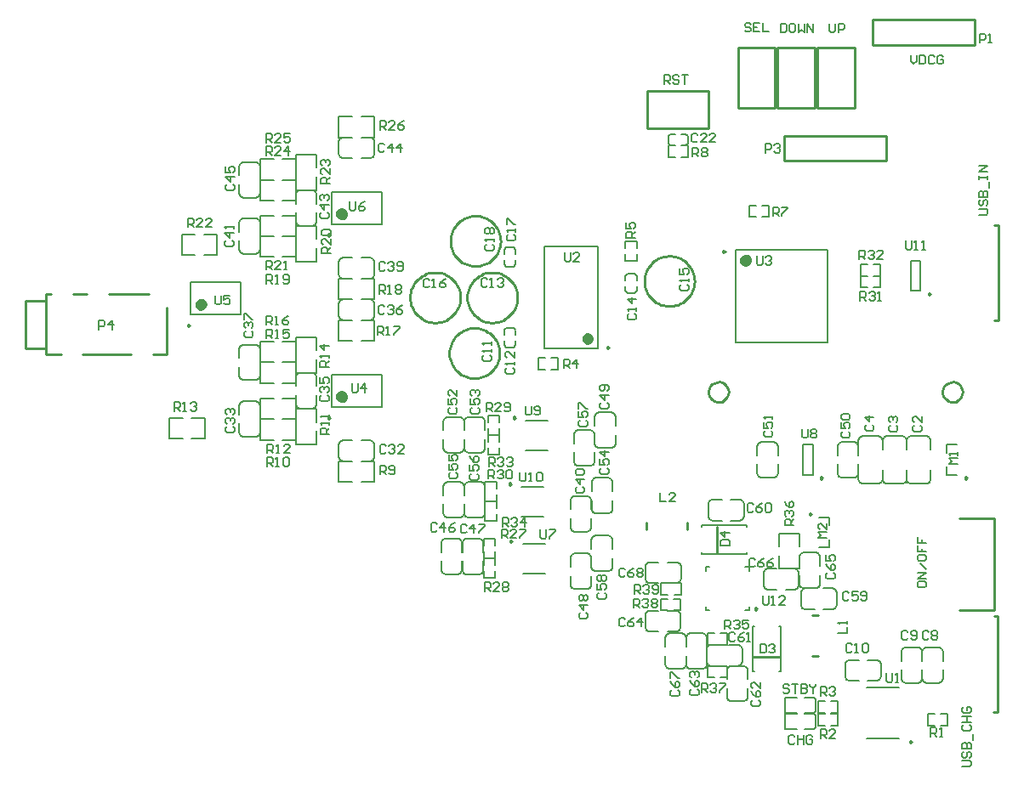
<source format=gto>
G04*
G04 #@! TF.GenerationSoftware,Altium Limited,Altium Designer,19.0.4 (130)*
G04*
G04 Layer_Color=65535*
%FSLAX25Y25*%
%MOIN*%
G70*
G01*
G75*
%ADD10C,0.00787*%
%ADD11C,0.00984*%
%ADD12C,0.01000*%
%ADD13C,0.02362*%
%ADD14C,0.00600*%
D10*
X-77862Y-221397D02*
X-77401Y-222511D01*
X-76287Y-222972D01*
X-71287Y-222972D02*
X-70174Y-222510D01*
X-69712Y-221397D01*
X-69712Y-210610D02*
X-70174Y-209496D01*
X-71287Y-209035D01*
X-76287D02*
X-77401Y-209496D01*
X-77862Y-210610D01*
X-79593Y-223482D02*
X-78480Y-223021D01*
X-78019Y-221907D01*
X-78019Y-216907D02*
X-78480Y-215794D01*
X-79593Y-215332D01*
X-90381Y-215332D02*
X-91494Y-215794D01*
X-91956Y-216907D01*
X-91956Y-221907D02*
X-91494Y-223021D01*
X-90381Y-223482D01*
X-111894Y-188233D02*
X-113007Y-188694D01*
X-113469Y-189808D01*
X-113469Y-194808D02*
X-113007Y-195921D01*
X-111894Y-196383D01*
X-101106Y-196383D02*
X-99993Y-195921D01*
X-99532Y-194808D01*
X-99532Y-189808D02*
X-99993Y-188694D01*
X-101106Y-188233D01*
X-136706Y-231723D02*
X-137820Y-232185D01*
X-138281Y-233298D01*
X-138281Y-238298D02*
X-137820Y-239412D01*
X-136706Y-239873D01*
X-125919Y-239873D02*
X-124805Y-239412D01*
X-124344Y-238298D01*
Y-233298D02*
X-124805Y-232185D01*
X-125919Y-231723D01*
X-122262Y-242233D02*
X-122723Y-241119D01*
X-123837Y-240658D01*
X-128837Y-240658D02*
X-129950Y-241119D01*
X-130412Y-242233D01*
X-130412Y-253020D02*
X-129950Y-254134D01*
X-128837Y-254595D01*
X-123837D02*
X-122723Y-254134D01*
X-122262Y-253020D01*
X-114112Y-242233D02*
X-114574Y-241119D01*
X-115687Y-240658D01*
X-120687Y-240658D02*
X-121801Y-241119D01*
X-122262Y-242233D01*
X-122262Y-253020D02*
X-121801Y-254134D01*
X-120687Y-254595D01*
X-115687Y-254595D02*
X-114574Y-254134D01*
X-114112Y-253020D01*
X-106262Y-265801D02*
X-105801Y-266914D01*
X-104687Y-267376D01*
X-99687Y-267376D02*
X-98574Y-266914D01*
X-98112Y-265801D01*
X-98112Y-255013D02*
X-98574Y-253900D01*
X-99687Y-253439D01*
X-104687Y-253439D02*
X-105801Y-253900D01*
X-106262Y-255013D01*
X-112581Y-245232D02*
X-113694Y-245694D01*
X-114156Y-246807D01*
X-114156Y-251807D02*
X-113694Y-252921D01*
X-112581Y-253382D01*
X-101793Y-253382D02*
X-100680Y-252921D01*
X-100219Y-251807D01*
X-100219Y-246807D02*
X-100680Y-245694D01*
X-101793Y-245232D01*
X-167538Y-221738D02*
X-167077Y-222851D01*
X-165963Y-223313D01*
X-160963Y-223313D02*
X-159849Y-222851D01*
X-159388Y-221738D01*
X-159388Y-210951D02*
X-159849Y-209837D01*
X-160963Y-209376D01*
X-165963Y-209376D02*
X-167077Y-209837D01*
X-167538Y-210951D01*
X-151188Y-203943D02*
X-151649Y-202829D01*
X-152763Y-202368D01*
X-157763Y-202368D02*
X-158877Y-202829D01*
X-159338Y-203943D01*
X-159338Y-214730D02*
X-158877Y-215844D01*
X-157763Y-216305D01*
X-152763Y-216305D02*
X-151649Y-215844D01*
X-151188Y-214730D01*
X-209938Y-215938D02*
X-209477Y-217052D01*
X-208363Y-217513D01*
X-203363Y-217513D02*
X-202249Y-217052D01*
X-201788Y-215938D01*
X-201788Y-205151D02*
X-202249Y-204037D01*
X-203363Y-203576D01*
X-208363Y-203576D02*
X-209477Y-204037D01*
X-209938Y-205151D01*
X-209988Y-205143D02*
X-210449Y-204029D01*
X-211563Y-203568D01*
X-216563Y-203568D02*
X-217676Y-204029D01*
X-218138Y-205143D01*
X-218138Y-215930D02*
X-217676Y-217044D01*
X-216563Y-217505D01*
X-211563Y-217505D02*
X-210449Y-217044D01*
X-209988Y-215930D01*
X-209156Y-168197D02*
X-208695Y-169311D01*
X-207581Y-169772D01*
X-202581Y-169772D02*
X-201468Y-169311D01*
X-201006Y-168197D01*
X-201006Y-157410D02*
X-201468Y-156296D01*
X-202581Y-155835D01*
X-207581Y-155835D02*
X-208695Y-156296D01*
X-209156Y-157410D01*
X-125890Y-220882D02*
X-124776Y-220421D01*
X-124315Y-219307D01*
X-124315Y-214307D02*
X-124776Y-213194D01*
X-125890Y-212732D01*
X-136677Y-212732D02*
X-137790Y-213194D01*
X-138252Y-214307D01*
Y-219307D02*
X-137790Y-220421D01*
X-136677Y-220882D01*
X-207631Y-181303D02*
X-208745Y-181764D01*
X-209206Y-182878D01*
X-201057Y-182878D02*
X-201518Y-181764D01*
X-202631Y-181303D01*
X-202631Y-195240D02*
X-201518Y-194779D01*
X-201057Y-193666D01*
X-209206Y-193666D02*
X-208745Y-194779D01*
X-207631Y-195240D01*
X-210781D02*
X-209668Y-194779D01*
X-209206Y-193666D01*
X-217356Y-193666D02*
X-216895Y-194779D01*
X-215781Y-195240D01*
X-215781Y-181303D02*
X-216895Y-181764D01*
X-217356Y-182878D01*
X-209206Y-182878D02*
X-209667Y-181764D01*
X-210781Y-181303D01*
X-210781Y-169776D02*
X-209667Y-169315D01*
X-209206Y-168201D01*
X-217356Y-168201D02*
X-216895Y-169315D01*
X-215781Y-169776D01*
X-215781Y-155839D02*
X-216895Y-156300D01*
X-217356Y-157414D01*
X-209206Y-157413D02*
X-209667Y-156300D01*
X-210781Y-155839D01*
X-151157Y-181278D02*
X-151618Y-180165D01*
X-152732Y-179703D01*
X-152732Y-193640D02*
X-151618Y-193179D01*
X-151157Y-192066D01*
X-157731Y-179703D02*
X-158845Y-180165D01*
X-159306Y-181278D01*
X-159306Y-192066D02*
X-158845Y-193179D01*
X-157731Y-193640D01*
X-149906Y-155606D02*
X-150367Y-154492D01*
X-151481Y-154031D01*
X-151481Y-167968D02*
X-150368Y-167507D01*
X-149906Y-166393D01*
X-156481Y-154031D02*
X-157595Y-154492D01*
X-158056Y-155606D01*
X-158056Y-166393D02*
X-157595Y-167507D01*
X-156481Y-167968D01*
X-166256Y-173301D02*
X-165795Y-174415D01*
X-164681Y-174876D01*
X-159681Y-174876D02*
X-158568Y-174415D01*
X-158106Y-173301D01*
X-158106Y-162514D02*
X-158568Y-161400D01*
X-159681Y-160939D01*
X-164681Y-160939D02*
X-165795Y-161400D01*
X-166256Y-162514D01*
X-167606Y-199169D02*
X-167145Y-200283D01*
X-166032Y-200744D01*
X-161031Y-200744D02*
X-159918Y-200283D01*
X-159457Y-199169D01*
X-159457Y-188382D02*
X-159918Y-187268D01*
X-161031Y-186807D01*
X-166032Y-186807D02*
X-167145Y-187268D01*
X-167606Y-188382D01*
X-75581Y-223032D02*
X-76694Y-223494D01*
X-77156Y-224607D01*
Y-229607D02*
X-76694Y-230721D01*
X-75581Y-231182D01*
X-64793Y-231182D02*
X-63680Y-230721D01*
X-63219Y-229607D01*
X-63219Y-224607D02*
X-63680Y-223494D01*
X-64793Y-223032D01*
X-86194Y-167195D02*
X-86656Y-166082D01*
X-87769Y-165621D01*
X-92769Y-165621D02*
X-93883Y-166082D01*
X-94344Y-167195D01*
X-94344Y-177983D02*
X-93883Y-179096D01*
X-92769Y-179558D01*
X-87769Y-179558D02*
X-86656Y-179096D01*
X-86194Y-177983D01*
X-46848Y-181872D02*
X-45735Y-181410D01*
X-45273Y-180297D01*
X-54722D02*
X-54261Y-181410D01*
X-53147Y-181872D01*
Y-163328D02*
X-54261Y-163790D01*
X-54722Y-164903D01*
X-45273D02*
X-45735Y-163790D01*
X-46848Y-163328D01*
X-54698Y-167195D02*
X-55160Y-166082D01*
X-56273Y-165621D01*
X-61273Y-165621D02*
X-62387Y-166082D01*
X-62848Y-167195D01*
Y-177983D02*
X-62387Y-179096D01*
X-61273Y-179558D01*
X-56273Y-179558D02*
X-55160Y-179096D01*
X-54698Y-177983D01*
X-37399Y-181872D02*
X-36286Y-181410D01*
X-35824Y-180297D01*
X-45273D02*
X-44812Y-181410D01*
X-43698Y-181872D01*
X-43698Y-163328D02*
X-44812Y-163790D01*
X-45273Y-164903D01*
X-35824D02*
X-36286Y-163790D01*
X-37399Y-163328D01*
X-27950Y-181872D02*
X-26837Y-181410D01*
X-26376Y-180297D01*
X-35824D02*
X-35363Y-181410D01*
X-34250Y-181872D01*
X-34250Y-163328D02*
X-35363Y-163790D01*
X-35824Y-164903D01*
X-26376D02*
X-26837Y-163790D01*
X-27950Y-163328D01*
X-289224Y-128967D02*
X-289685Y-127853D01*
X-290798Y-127392D01*
X-295798Y-127392D02*
X-296912Y-127853D01*
X-297373Y-128967D01*
X-297373Y-139754D02*
X-296912Y-140868D01*
X-295798Y-141329D01*
X-290798Y-141329D02*
X-289685Y-140868D01*
X-289224Y-139754D01*
Y-151200D02*
X-289685Y-150086D01*
X-290798Y-149625D01*
X-295798Y-149625D02*
X-296912Y-150086D01*
X-297373Y-151200D01*
X-297373Y-161987D02*
X-296912Y-163101D01*
X-295798Y-163562D01*
X-290798Y-163562D02*
X-289685Y-163101D01*
X-289224Y-161987D01*
X-267006Y-140078D02*
X-267467Y-138964D01*
X-268581Y-138503D01*
X-273581D02*
X-274695Y-138964D01*
X-275156Y-140078D01*
X-275156Y-150865D02*
X-274695Y-151979D01*
X-273581Y-152440D01*
X-268581Y-152440D02*
X-267467Y-151979D01*
X-267006Y-150865D01*
X-289224Y-79476D02*
X-289685Y-78362D01*
X-290798Y-77901D01*
X-295798Y-77901D02*
X-296912Y-78362D01*
X-297373Y-79476D01*
X-297373Y-90263D02*
X-296912Y-91377D01*
X-295798Y-91838D01*
X-290798Y-91838D02*
X-289685Y-91377D01*
X-289224Y-90263D01*
Y-57391D02*
X-289685Y-56278D01*
X-290798Y-55817D01*
X-295798Y-55817D02*
X-296912Y-56278D01*
X-297373Y-57391D01*
X-297373Y-68179D02*
X-296912Y-69292D01*
X-295798Y-69753D01*
X-290798Y-69753D02*
X-289685Y-69292D01*
X-289224Y-68179D01*
X-267006Y-68435D02*
X-267467Y-67321D01*
X-268581Y-66860D01*
X-273581Y-66860D02*
X-274695Y-67321D01*
X-275156Y-68435D01*
X-275156Y-79222D02*
X-274695Y-80336D01*
X-273581Y-80797D01*
X-268581Y-80797D02*
X-267467Y-80336D01*
X-267006Y-79222D01*
X-246002Y-173169D02*
X-244889Y-172707D01*
X-244428Y-171594D01*
X-244428Y-166594D02*
X-244889Y-165480D01*
X-246002Y-165019D01*
X-256790Y-165019D02*
X-257903Y-165480D01*
X-258365Y-166594D01*
X-258365Y-171594D02*
X-257903Y-172707D01*
X-256790Y-173169D01*
X-246002Y-117775D02*
X-244889Y-117314D01*
X-244427Y-116200D01*
X-244428Y-111200D02*
X-244889Y-110086D01*
X-246002Y-109625D01*
X-256790Y-109625D02*
X-257903Y-110086D01*
X-258365Y-111200D01*
X-258365Y-116200D02*
X-257903Y-117314D01*
X-256790Y-117775D01*
X-246002Y-101525D02*
X-244889Y-101064D01*
X-244427Y-99950D01*
X-244427Y-94950D02*
X-244889Y-93837D01*
X-246002Y-93376D01*
X-256790Y-93376D02*
X-257903Y-93837D01*
X-258365Y-94950D01*
X-258365Y-99950D02*
X-257903Y-101064D01*
X-256790Y-101525D01*
X-246002Y-54281D02*
X-244889Y-53820D01*
X-244427Y-52706D01*
X-244427Y-47706D02*
X-244889Y-46593D01*
X-246002Y-46132D01*
X-256790Y-46132D02*
X-257903Y-46593D01*
X-258365Y-47706D01*
X-258365Y-52706D02*
X-257903Y-53820D01*
X-256790Y-54281D01*
X-192657Y-120835D02*
X-193524Y-121701D01*
X-188996D02*
X-189862Y-120835D01*
X-193524Y-127646D02*
X-192657Y-128512D01*
X-189862D02*
X-188996Y-127646D01*
X-189912Y-96908D02*
X-189046Y-96042D01*
X-193574D02*
X-192707Y-96908D01*
X-189046Y-90097D02*
X-189912Y-89231D01*
X-192707D02*
X-193574Y-90097D01*
X-142402Y-107227D02*
X-141536Y-106361D01*
X-146064Y-106361D02*
X-145198Y-107227D01*
X-141536Y-100416D02*
X-142402Y-99550D01*
X-145198Y-99550D02*
X-146064Y-100416D01*
X-121630Y-45602D02*
X-122496Y-44736D01*
Y-49264D02*
X-121630Y-48398D01*
X-128441Y-44736D02*
X-129307Y-45602D01*
Y-48398D02*
X-128441Y-49264D01*
X-59802Y-257700D02*
X-59341Y-258814D01*
X-58227Y-259275D01*
X-58227Y-251125D02*
X-59341Y-251587D01*
X-59802Y-252700D01*
X-45865D02*
X-46326Y-251587D01*
X-47440Y-251125D01*
X-47440Y-259275D02*
X-46326Y-258814D01*
X-45865Y-257700D01*
X-31312Y-260165D02*
X-30198Y-259703D01*
X-29737Y-258590D01*
X-37887Y-258590D02*
X-37425Y-259703D01*
X-36312Y-260165D01*
X-36312Y-246228D02*
X-37425Y-246689D01*
X-37887Y-247802D01*
X-29737Y-247802D02*
X-30198Y-246689D01*
X-31312Y-246228D01*
X-23131Y-260157D02*
X-22017Y-259695D01*
X-21556Y-258582D01*
X-29706Y-258582D02*
X-29244Y-259695D01*
X-28131Y-260157D01*
X-28131Y-246220D02*
X-29244Y-246681D01*
X-29706Y-247795D01*
X-21556Y-247795D02*
X-22017Y-246681D01*
X-23131Y-246220D01*
X-76287Y-222972D02*
X-71287Y-222972D01*
X-69712Y-221397D02*
X-69712Y-217775D01*
X-76287Y-209035D02*
X-71287D01*
X-69712Y-210610D02*
X-69712Y-214232D01*
X-77862Y-214232D02*
X-77862Y-210610D01*
X-77862Y-221397D02*
X-77862Y-217775D01*
X-78019Y-216907D02*
X-78019Y-221907D01*
X-83215Y-215332D02*
X-79593Y-215332D01*
X-91956Y-216907D02*
X-91956Y-221907D01*
X-90381Y-215332D02*
X-86759Y-215332D01*
X-90381Y-223482D02*
X-86759D01*
X-83215D02*
X-79593D01*
X-77812Y-206632D02*
Y-201435D01*
Y-210175D02*
X-77812Y-215372D01*
X-85962Y-215372D02*
X-85962Y-210175D01*
X-85962Y-206632D02*
Y-201435D01*
X-77812Y-201435D01*
X-85962Y-215372D02*
X-77812Y-215372D01*
X-66107Y-203723D02*
X-66107Y-206873D01*
X-70044Y-206873D02*
X-66107Y-206873D01*
X-66107Y-198211D02*
X-66107Y-195062D01*
X-70044D02*
X-66107D01*
X-113469Y-194808D02*
Y-189808D01*
X-111894Y-196383D02*
X-108272D01*
X-99532Y-194808D02*
Y-189808D01*
X-104728Y-196383D02*
X-101106D01*
X-104728Y-188233D02*
X-101106Y-188233D01*
X-111894Y-188233D02*
X-108272D01*
X-131995Y-220875D02*
X-129338Y-220875D01*
X-126975Y-220875D02*
X-124318Y-220875D01*
X-131995Y-225402D02*
X-129338Y-225402D01*
X-126975Y-225402D02*
X-124318Y-225402D01*
X-131995Y-220875D02*
X-131995Y-225402D01*
X-124318Y-220875D02*
X-124318Y-225402D01*
X-127003Y-231621D02*
X-124345Y-231621D01*
X-132022Y-231621D02*
X-129365Y-231621D01*
X-127003Y-227094D02*
X-124345Y-227094D01*
X-132022Y-227094D02*
X-129365Y-227094D01*
X-124345Y-231621D02*
Y-227094D01*
X-132022Y-231621D02*
Y-227094D01*
X-138281Y-233298D02*
X-138281Y-238298D01*
X-136706Y-239873D02*
X-133084Y-239873D01*
X-124344Y-233298D02*
X-124344Y-238298D01*
X-129541Y-239873D02*
X-125919Y-239873D01*
X-129541Y-231723D02*
X-125919D01*
X-136706D02*
X-133084D01*
X-128837Y-240658D02*
X-123837Y-240658D01*
X-130412Y-245855D02*
Y-242233D01*
X-128837Y-254595D02*
X-123837D01*
X-130412Y-253020D02*
Y-249398D01*
X-122262Y-253020D02*
Y-249398D01*
Y-245855D02*
Y-242233D01*
X-120687Y-240658D02*
X-115687D01*
X-122262Y-242233D02*
X-122262Y-245855D01*
X-120687Y-254595D02*
X-115687Y-254595D01*
X-122262Y-253020D02*
Y-249398D01*
X-114112Y-253020D02*
Y-249398D01*
X-114112Y-242233D02*
X-114112Y-245855D01*
X-104687Y-267376D02*
X-99687Y-267376D01*
X-98112Y-265801D02*
Y-262179D01*
X-104687Y-253439D02*
X-99687Y-253439D01*
X-98112Y-258635D02*
Y-255013D01*
X-106262Y-258635D02*
X-106262Y-255013D01*
X-106262Y-262179D02*
X-106262Y-265801D01*
X-113853Y-253443D02*
X-111195D01*
X-108833D02*
X-106175D01*
X-113853Y-257971D02*
X-111195Y-257971D01*
X-108833Y-257971D02*
X-106175Y-257971D01*
X-113853Y-257971D02*
X-113853Y-253443D01*
X-106175Y-257971D02*
Y-253443D01*
X-114156Y-251807D02*
Y-246807D01*
X-112581Y-253382D02*
X-108959D01*
X-100219Y-246807D02*
X-100219Y-251807D01*
X-105415Y-253382D02*
X-101793Y-253382D01*
X-105415Y-245232D02*
X-101793Y-245232D01*
X-112581Y-245232D02*
X-108959D01*
X-108933Y-245171D02*
X-106275D01*
X-113953D02*
X-111295Y-245171D01*
X-108933Y-240643D02*
X-106275D01*
X-113953D02*
X-111295D01*
X-106275Y-245171D02*
X-106275Y-240643D01*
X-113953D02*
X-113953Y-245171D01*
X-96199Y-255665D02*
X-95569Y-255665D01*
X-96199Y-237949D02*
X-95569Y-237949D01*
X-85805Y-255665D02*
X-85175D01*
X-85805Y-237949D02*
X-85175Y-237949D01*
X-96199Y-255665D02*
Y-237949D01*
X-85175Y-255665D02*
Y-237949D01*
X-99099Y-214643D02*
X-97623D01*
Y-216119D02*
Y-214643D01*
X-114552D02*
X-113075Y-214643D01*
X-114552Y-214643D02*
X-114552Y-216119D01*
X-114552Y-231572D02*
X-114552Y-230095D01*
X-114552Y-231572D02*
X-113075D01*
X-99099Y-231572D02*
X-97623Y-231572D01*
Y-230095D01*
X-165963Y-223313D02*
X-160963D01*
X-159388Y-221738D02*
Y-218116D01*
X-165963Y-209376D02*
X-160963D01*
X-159388Y-214573D02*
Y-210951D01*
X-167538Y-214573D02*
Y-210951D01*
Y-221738D02*
Y-218116D01*
X-157763Y-202368D02*
X-152763D01*
X-159338Y-203943D02*
X-159338Y-207565D01*
X-157763Y-216305D02*
X-152763D01*
X-159338Y-214730D02*
X-159338Y-211108D01*
X-151188Y-214730D02*
Y-211108D01*
Y-207565D02*
Y-203943D01*
X-186294Y-205535D02*
X-177632Y-205535D01*
X-186294Y-217346D02*
X-177632Y-217346D01*
X-208363Y-217513D02*
X-203363D01*
X-201788Y-212316D02*
X-201788Y-215938D01*
X-208363Y-203576D02*
X-203363D01*
X-201788Y-208773D02*
X-201788Y-205151D01*
X-209938Y-208773D02*
Y-205151D01*
Y-215938D02*
Y-212316D01*
X-216563Y-203568D02*
X-211563D01*
X-218138Y-205143D02*
X-218138Y-208765D01*
X-216563Y-217505D02*
X-211563D01*
X-218138Y-215930D02*
X-218138Y-212308D01*
X-209988Y-215930D02*
Y-212308D01*
Y-208765D02*
Y-205143D01*
X-196468Y-191664D02*
Y-189006D01*
Y-196684D02*
Y-194026D01*
X-200995Y-191664D02*
Y-189006D01*
Y-196684D02*
Y-194026D01*
Y-189006D02*
X-196468D01*
X-200995Y-196684D02*
X-196468D01*
X-186662Y-194877D02*
X-178001D01*
X-186662Y-183066D02*
X-178001D01*
X-195429Y-165673D02*
Y-163015D01*
Y-170692D02*
Y-168035D01*
X-199957Y-165673D02*
Y-163015D01*
Y-170692D02*
Y-168035D01*
Y-163015D02*
X-195429D01*
X-199957Y-170692D02*
X-195429D01*
X-207581Y-169772D02*
X-202581D01*
X-201006Y-164575D02*
X-201006Y-168197D01*
X-207581Y-155835D02*
X-202581Y-155835D01*
X-201006Y-161032D02*
Y-157410D01*
X-209156Y-157410D02*
X-209156Y-161032D01*
Y-168197D02*
Y-164575D01*
X-185112Y-157110D02*
X-176450Y-157110D01*
X-185112Y-168921D02*
X-176450Y-168921D01*
X-116045Y-198987D02*
X-116045Y-198357D01*
X-98329Y-198987D02*
Y-198357D01*
X-116045Y-209381D02*
Y-208751D01*
X-98329Y-209381D02*
Y-208751D01*
X-116045Y-198357D02*
X-98329D01*
X-116045Y-209381D02*
X-98329Y-209381D01*
X-124315Y-214307D02*
X-124315Y-219307D01*
X-129511Y-212732D02*
X-125890Y-212732D01*
X-138252Y-219307D02*
Y-214307D01*
X-136677Y-212732D02*
X-133055Y-212732D01*
X-136677Y-220882D02*
X-133055Y-220882D01*
X-129511D02*
X-125890D01*
X-209206Y-193666D02*
Y-190043D01*
Y-186500D02*
Y-182878D01*
X-201057Y-186500D02*
Y-182878D01*
X-207631Y-181303D02*
X-202631D01*
X-201057Y-193666D02*
Y-190043D01*
X-207631Y-195240D02*
X-202631D01*
X-209206Y-186500D02*
Y-182878D01*
Y-193666D02*
Y-190043D01*
X-217356Y-193666D02*
X-217356Y-190043D01*
X-215781Y-195240D02*
X-210781D01*
X-217356Y-182878D02*
X-217356Y-186500D01*
X-215781Y-181303D02*
X-210781D01*
X-209206Y-161036D02*
Y-157413D01*
Y-168201D02*
Y-164579D01*
X-217356Y-168201D02*
X-217356Y-164579D01*
X-215781Y-169776D02*
X-210781D01*
X-217356Y-157414D02*
X-217356Y-161036D01*
X-215781Y-155839D02*
X-210781D01*
X-151157Y-184900D02*
Y-181278D01*
X-157731Y-179703D02*
X-152732D01*
X-151157Y-192066D02*
Y-188443D01*
X-157731Y-193640D02*
X-152732D01*
X-159306Y-184900D02*
Y-181278D01*
X-159306Y-192066D02*
X-159306Y-188443D01*
X-201627Y-216299D02*
X-201627Y-218956D01*
X-201627Y-211279D02*
X-201627Y-213936D01*
Y-218956D02*
X-197099Y-218956D01*
X-197099Y-216299D02*
X-197099Y-218956D01*
X-201627Y-211279D02*
X-197099D01*
X-197099Y-213936D01*
X-149906Y-159228D02*
Y-155606D01*
X-156481Y-154031D02*
X-151481D01*
X-149906Y-166393D02*
Y-162771D01*
X-156481Y-167968D02*
X-151481D01*
X-158056Y-155606D02*
X-158056Y-159228D01*
Y-166393D02*
Y-162771D01*
X-201627Y-211279D02*
X-201627Y-208621D01*
X-201627Y-206259D02*
X-201627Y-203602D01*
X-201627Y-211279D02*
X-197099Y-211279D01*
Y-208621D01*
X-201627Y-203602D02*
X-197099D01*
Y-206259D02*
Y-203602D01*
X-70621Y-272236D02*
X-67963D01*
X-65601D02*
X-62944D01*
X-70621Y-276764D02*
X-67963Y-276764D01*
X-65601Y-276764D02*
X-62944Y-276764D01*
X-70621Y-276764D02*
X-70621Y-272236D01*
X-62944Y-276764D02*
Y-272236D01*
X-70621Y-267236D02*
X-67963D01*
X-65601D02*
X-62944D01*
X-70621Y-271764D02*
X-67963D01*
X-65601D02*
X-62944D01*
X-70621D02*
Y-267236D01*
X-62944Y-271764D02*
Y-267236D01*
X-83324Y-272090D02*
X-78856Y-272090D01*
X-75706D02*
X-72163D01*
X-83324Y-278310D02*
X-78856D01*
X-71376Y-277550D02*
Y-272850D01*
X-83324Y-278310D02*
Y-272090D01*
X-75706Y-278310D02*
X-72163D01*
X-71376Y-277550D01*
X-72163Y-272090D02*
X-71376Y-272850D01*
X-83324Y-265790D02*
X-78856Y-265790D01*
X-75706D02*
X-72163D01*
X-83324Y-272010D02*
X-78856D01*
X-71376Y-271250D02*
X-71376Y-266550D01*
X-83324Y-272010D02*
X-83324Y-265790D01*
X-75706Y-272010D02*
X-72163D01*
X-71376Y-271250D01*
X-72163Y-265790D02*
X-71376Y-266550D01*
X-51380Y-282039D02*
X-38782Y-282039D01*
X-51380Y-261961D02*
X-38782D01*
X-27599Y-272236D02*
X-24942D01*
X-22580D02*
X-19922D01*
X-27599Y-276764D02*
X-24942Y-276764D01*
X-22580Y-276764D02*
X-19922Y-276764D01*
X-27599Y-276764D02*
Y-272236D01*
X-19922D02*
X-19922Y-276764D01*
X-164681Y-174876D02*
X-159681D01*
X-158106Y-169679D02*
X-158106Y-173301D01*
X-164681Y-160939D02*
X-159681D01*
X-158106Y-166136D02*
X-158106Y-162514D01*
X-166256Y-166136D02*
Y-162514D01*
Y-173301D02*
Y-169679D01*
X-196468Y-183987D02*
Y-181329D01*
Y-189006D02*
Y-186349D01*
X-200995Y-183987D02*
Y-181329D01*
Y-189006D02*
Y-186349D01*
Y-181329D02*
X-196468D01*
X-200995Y-189006D02*
X-196468D01*
X-195429Y-157995D02*
Y-155338D01*
Y-163015D02*
Y-160358D01*
X-199957Y-157995D02*
Y-155338D01*
Y-163015D02*
Y-160358D01*
Y-155338D02*
X-195429D01*
X-199957Y-163015D02*
X-195429D01*
X-166032Y-200744D02*
X-161031D01*
X-159457Y-195547D02*
X-159457Y-199169D01*
X-166032Y-186807D02*
X-161031D01*
X-159457Y-192004D02*
X-159457Y-188382D01*
X-167606Y-192004D02*
Y-188382D01*
Y-199169D02*
Y-195547D01*
X-77156Y-224607D02*
X-77156Y-229607D01*
X-75581Y-231182D02*
X-71959Y-231182D01*
X-63219Y-224607D02*
X-63219Y-229607D01*
X-68415Y-231182D02*
X-64793Y-231182D01*
X-68415Y-223032D02*
X-64793Y-223032D01*
X-75581Y-223032D02*
X-71959Y-223032D01*
X-92769Y-165621D02*
X-87769D01*
X-94344Y-167195D02*
X-94344Y-170817D01*
X-92769Y-179558D02*
X-87769D01*
X-94344Y-177983D02*
X-94344Y-174361D01*
X-86194Y-177983D02*
Y-174361D01*
Y-170817D02*
Y-167195D01*
X-76490Y-178691D02*
Y-166487D01*
X-72553Y-178691D02*
Y-166487D01*
X-76490Y-166487D02*
X-72553Y-166487D01*
X-76490Y-178691D02*
X-72553Y-178691D01*
X-54722Y-168663D02*
Y-164903D01*
Y-180297D02*
Y-176537D01*
X-45273Y-180297D02*
Y-176537D01*
Y-164903D02*
X-45273Y-168663D01*
X-53147Y-181872D02*
X-46848D01*
X-53147Y-163328D02*
X-46848D01*
X-61273Y-165621D02*
X-56273D01*
X-62848Y-170817D02*
Y-167195D01*
X-61273Y-179558D02*
X-56273D01*
X-62848Y-177983D02*
Y-174361D01*
X-54698Y-177983D02*
Y-174361D01*
Y-170817D02*
Y-167195D01*
X-45273Y-168663D02*
Y-164903D01*
Y-180297D02*
Y-176537D01*
X-35824Y-180297D02*
Y-176537D01*
Y-168663D02*
Y-164903D01*
X-43698Y-181872D02*
X-37399D01*
X-43698Y-163328D02*
X-37399D01*
X-35824Y-168663D02*
Y-164903D01*
Y-180297D02*
Y-176537D01*
X-26376Y-180297D02*
Y-176537D01*
Y-168663D02*
Y-164903D01*
X-34250Y-181872D02*
X-27950D01*
X-34250Y-163328D02*
X-27950D01*
X-20156Y-169844D02*
Y-166694D01*
X-16219D01*
X-20156Y-178506D02*
Y-175356D01*
Y-178506D02*
X-16219D01*
X-316032Y-164275D02*
X-310835Y-164275D01*
X-324772D02*
X-319576Y-164275D01*
X-324772Y-156125D02*
X-319576D01*
X-316032D02*
X-310835D01*
X-310835Y-164275D02*
X-310835Y-156125D01*
X-324772D02*
X-324772Y-164275D01*
X-316342Y-115499D02*
X-296657D01*
X-316342Y-102901D02*
X-296657D01*
X-316342Y-115499D02*
Y-102901D01*
X-296657Y-115499D02*
Y-102901D01*
X-295798Y-127392D02*
X-290798D01*
X-297373Y-132589D02*
Y-128967D01*
X-295798Y-141329D02*
X-290798D01*
X-297373Y-139754D02*
Y-136132D01*
X-289224Y-139754D02*
Y-136132D01*
Y-132589D02*
Y-128967D01*
X-295798Y-149625D02*
X-290798D01*
X-297373Y-154822D02*
Y-151200D01*
X-295798Y-163562D02*
X-290798D01*
X-297373Y-161987D02*
Y-158365D01*
X-289224Y-161987D02*
Y-158365D01*
Y-154822D02*
Y-151200D01*
X-280431Y-164760D02*
X-275234Y-164760D01*
X-289171D02*
X-283974Y-164760D01*
X-289171Y-156610D02*
X-283974D01*
X-280431D02*
X-275234D01*
X-275234Y-164760D02*
X-275234Y-156610D01*
X-289171D02*
X-289171Y-164760D01*
Y-148461D02*
X-283974Y-148461D01*
X-280431D02*
X-275234Y-148461D01*
X-280431Y-156610D02*
X-275234D01*
X-289171D02*
X-283974D01*
X-289171D02*
X-289171Y-148461D01*
X-275234D02*
X-275234Y-156610D01*
X-289171Y-134361D02*
X-283974Y-134361D01*
X-280431D02*
X-275234Y-134361D01*
X-280431Y-142510D02*
X-275234D01*
X-289171D02*
X-283974D01*
X-289171D02*
X-289171Y-134361D01*
X-275234D02*
X-275234Y-142510D01*
X-289171Y-126211D02*
X-283974Y-126211D01*
X-280431D02*
X-275234Y-126211D01*
X-280431Y-134361D02*
X-275234D01*
X-289171D02*
X-283974D01*
X-289171D02*
X-289171Y-126211D01*
X-275234D02*
X-275234Y-134361D01*
X-275156Y-166508D02*
X-275156Y-161311D01*
X-275156Y-152571D02*
X-275156Y-157768D01*
X-267006D02*
Y-152571D01*
Y-166508D02*
Y-161311D01*
X-275156Y-166508D02*
X-267006Y-166508D01*
X-275156Y-152571D02*
X-267006Y-152571D01*
X-273581Y-138503D02*
X-268581Y-138503D01*
X-275156Y-143700D02*
Y-140078D01*
X-273581Y-152440D02*
X-268581D01*
X-275156Y-150865D02*
Y-147243D01*
X-267006Y-150865D02*
Y-147243D01*
Y-143700D02*
Y-140078D01*
X-267006Y-129660D02*
X-267006Y-124463D01*
X-267006Y-133203D02*
X-267006Y-138400D01*
X-275156Y-138400D02*
Y-133203D01*
Y-129660D02*
Y-124463D01*
X-267006Y-124463D01*
X-275156Y-138400D02*
X-267006Y-138400D01*
X-280431Y-93021D02*
X-275234Y-93021D01*
X-289171D02*
X-283974Y-93021D01*
X-289171Y-84872D02*
X-283974D01*
X-280431D02*
X-275234D01*
X-275234Y-93021D02*
X-275234Y-84872D01*
X-289171D02*
X-289171Y-93021D01*
Y-76722D02*
X-283974Y-76722D01*
X-280431D02*
X-275234Y-76722D01*
X-280431Y-84872D02*
X-275234D01*
X-289171D02*
X-283974D01*
X-289171D02*
X-289171Y-76722D01*
X-275234D02*
X-275234Y-84872D01*
X-311232Y-92375D02*
X-306035Y-92375D01*
X-319972D02*
X-314776Y-92375D01*
X-319972Y-84225D02*
X-314776D01*
X-311232D02*
X-306035D01*
X-306035Y-92375D02*
X-306035Y-84225D01*
X-319972D02*
X-319972Y-92375D01*
X-295798Y-77901D02*
X-290798D01*
X-297373Y-79476D02*
X-297373Y-83098D01*
X-295798Y-91838D02*
X-290798D01*
X-297373Y-90263D02*
X-297373Y-86641D01*
X-289224Y-90263D02*
Y-86641D01*
Y-83098D02*
Y-79476D01*
X-295798Y-55817D02*
X-290798D01*
X-297373Y-61013D02*
Y-57391D01*
X-295798Y-69753D02*
X-290798D01*
X-297373Y-68179D02*
Y-64557D01*
X-289224Y-68179D02*
Y-64557D01*
Y-61013D02*
Y-57391D01*
X-289171Y-62785D02*
X-283974Y-62785D01*
X-280431D02*
X-275234Y-62785D01*
X-280431Y-70935D02*
X-275234D01*
X-289171D02*
X-283974D01*
X-289171D02*
X-289171Y-62785D01*
X-275234D02*
X-275234Y-70935D01*
X-289171Y-54635D02*
X-283974Y-54635D01*
X-280431D02*
X-275234Y-54635D01*
X-280431Y-62785D02*
X-275234D01*
X-289171D02*
X-283974D01*
X-289171D02*
X-289171Y-54635D01*
X-275234D02*
X-275234Y-62785D01*
X-275156Y-94775D02*
X-275156Y-89578D01*
X-275156Y-80838D02*
X-275156Y-86035D01*
X-267006D02*
Y-80838D01*
Y-94775D02*
Y-89578D01*
X-275156Y-94775D02*
X-267006Y-94775D01*
X-275156Y-80838D02*
X-267006Y-80838D01*
X-273581Y-66860D02*
X-268581D01*
X-275156Y-72057D02*
Y-68435D01*
X-273581Y-80797D02*
X-268581D01*
X-275156Y-79222D02*
Y-75600D01*
X-267006Y-79222D02*
Y-75600D01*
Y-72057D02*
Y-68435D01*
X-267006Y-58027D02*
X-267006Y-52830D01*
X-267006Y-61570D02*
X-267006Y-66767D01*
X-275156Y-66767D02*
Y-61570D01*
Y-58027D02*
Y-52830D01*
X-267006Y-52830D01*
X-275156Y-66767D02*
X-267006Y-66767D01*
X-249624Y-181310D02*
X-244428Y-181310D01*
X-258365D02*
X-253168Y-181310D01*
X-258365Y-173161D02*
X-253168D01*
X-249624D02*
X-244428D01*
X-244428Y-181310D02*
X-244428Y-173161D01*
X-258365D02*
X-258365Y-181310D01*
X-244428Y-171594D02*
Y-166594D01*
X-249624Y-165019D02*
X-246002Y-165019D01*
X-258365Y-171594D02*
Y-166594D01*
X-256790Y-165019D02*
X-253168Y-165019D01*
X-256790Y-173169D02*
X-253168D01*
X-249624D02*
X-246002D01*
X-261239Y-151771D02*
X-241553D01*
X-261239Y-139172D02*
X-241553Y-139172D01*
X-261239Y-151771D02*
Y-139172D01*
X-241553Y-151771D02*
Y-139172D01*
X-249624Y-125924D02*
X-244428Y-125924D01*
X-258365D02*
X-253168Y-125924D01*
X-258365Y-117775D02*
X-253168D01*
X-249624D02*
X-244428D01*
X-244428Y-125924D02*
X-244428Y-117775D01*
X-258365D02*
X-258365Y-125924D01*
X-244428Y-116200D02*
Y-111200D01*
X-249624Y-109625D02*
X-246002Y-109625D01*
X-258365Y-116200D02*
Y-111200D01*
X-256790Y-109625D02*
X-253168Y-109625D01*
X-256790Y-117775D02*
X-253168D01*
X-249624D02*
X-246002D01*
X-249624Y-109675D02*
X-244428Y-109675D01*
X-258365D02*
X-253168Y-109675D01*
X-258365Y-101525D02*
X-253168D01*
X-249624D02*
X-244428D01*
X-244428Y-109675D02*
X-244428Y-101525D01*
X-258365D02*
X-258365Y-109675D01*
X-244427Y-99950D02*
Y-94950D01*
X-249624Y-93376D02*
X-246002Y-93376D01*
X-258365Y-99950D02*
Y-94950D01*
X-256790Y-93376D02*
X-253168Y-93376D01*
X-256790Y-101525D02*
X-253168D01*
X-249624D02*
X-246002D01*
X-261239Y-80128D02*
X-241553D01*
X-261239Y-67529D02*
X-241553D01*
X-261239Y-80128D02*
Y-67529D01*
X-241553Y-80128D02*
Y-67529D01*
X-244427Y-47706D02*
X-244427Y-52706D01*
X-249624Y-46132D02*
X-246002Y-46132D01*
X-258365Y-52706D02*
X-258365Y-47706D01*
X-256790Y-46132D02*
X-253168Y-46132D01*
X-256790Y-54281D02*
X-253168Y-54281D01*
X-249624Y-54281D02*
X-246002Y-54281D01*
X-249624Y-46132D02*
X-244428Y-46132D01*
X-258365Y-46132D02*
X-253168D01*
X-258365Y-37982D02*
X-253168D01*
X-249624D02*
X-244428D01*
Y-46132D02*
Y-37982D01*
X-258365Y-46132D02*
Y-37982D01*
X-172335Y-137199D02*
Y-132672D01*
X-180012Y-137199D02*
Y-132672D01*
X-174992Y-137199D02*
X-172335D01*
X-180012D02*
X-177354D01*
X-174992Y-132672D02*
X-172335D01*
X-180012D02*
X-177354D01*
X-192657Y-120835D02*
X-189862D01*
X-193524Y-123492D02*
Y-121721D01*
X-188996Y-123492D02*
X-188996Y-121721D01*
X-193524Y-127626D02*
Y-125854D01*
X-188996Y-127626D02*
Y-125854D01*
X-192657Y-128512D02*
X-189862Y-128512D01*
X-192707Y-96908D02*
X-189912D01*
X-189046Y-96022D02*
Y-94250D01*
X-193574Y-94250D02*
X-193574Y-96022D01*
X-189046Y-91888D02*
Y-90117D01*
X-193574Y-91888D02*
Y-90117D01*
X-192707Y-89231D02*
X-189912Y-89231D01*
X-177833Y-88821D02*
X-156967D01*
X-177833Y-128979D02*
X-156967Y-128979D01*
X-177833Y-88821D02*
X-177833Y-128979D01*
X-156967Y-88821D02*
X-156967Y-128979D01*
X-145198Y-107227D02*
X-142402Y-107227D01*
X-141536Y-106341D02*
X-141536Y-104569D01*
X-146064Y-106341D02*
X-146064Y-104569D01*
X-141536Y-102207D02*
Y-100435D01*
X-146064Y-102207D02*
Y-100435D01*
X-145198Y-99550D02*
X-142402Y-99550D01*
X-146064Y-94439D02*
Y-91781D01*
Y-89419D02*
Y-86761D01*
X-141536Y-94439D02*
X-141536Y-91781D01*
X-141536Y-89419D02*
X-141536Y-86761D01*
X-146064Y-94439D02*
X-141536Y-94439D01*
X-146064Y-86761D02*
X-141536D01*
X-129307Y-49236D02*
X-126650D01*
X-124287D02*
X-121630D01*
X-129307Y-53764D02*
X-126650D01*
X-124287D02*
X-121630D01*
X-129307D02*
Y-49236D01*
X-121630Y-53764D02*
Y-49236D01*
Y-45602D02*
X-121630Y-48398D01*
X-124287Y-44736D02*
X-122516D01*
X-124287Y-49264D02*
X-122516D01*
X-128421Y-44736D02*
X-126650Y-44736D01*
X-128421Y-49264D02*
X-126650D01*
X-129307Y-48398D02*
Y-45602D01*
X-102948Y-126516D02*
Y-90296D01*
X-66728Y-126516D02*
Y-90296D01*
X-102948D02*
X-66728D01*
X-102948Y-126516D02*
X-66728D01*
X-97535Y-72836D02*
X-94877D01*
X-92515D02*
X-89858D01*
X-97535Y-77364D02*
X-94877D01*
X-92515D02*
X-89858D01*
X-97535D02*
Y-72836D01*
X-89858Y-77364D02*
Y-72836D01*
X-53828Y-95885D02*
X-51171D01*
X-48809D02*
X-46151D01*
X-53828Y-100413D02*
X-51171D01*
X-48809D02*
X-46151D01*
X-53828D02*
Y-95885D01*
X-46151Y-100413D02*
Y-95885D01*
X-53828Y-100436D02*
X-51171D01*
X-48809D02*
X-46151D01*
X-53828Y-104964D02*
X-51171D01*
X-48809D02*
X-46151D01*
X-53828D02*
Y-100436D01*
X-46151Y-104964D02*
Y-100436D01*
X-34243Y-106196D02*
Y-94582D01*
X-30503Y-106196D02*
Y-94582D01*
X-34243D02*
X-30503D01*
X-34243Y-106196D02*
X-30503D01*
X-51062Y-259275D02*
X-47440D01*
X-58227D02*
X-54605D01*
X-58227Y-251125D02*
X-54605D01*
X-59802Y-257700D02*
Y-252700D01*
X-51062Y-251125D02*
X-47440Y-251125D01*
X-45865Y-257700D02*
Y-252700D01*
X-29737Y-251424D02*
Y-247802D01*
Y-258590D02*
Y-254968D01*
X-37887Y-258590D02*
Y-254968D01*
X-36312Y-260165D02*
X-31312D01*
X-37887Y-247802D02*
X-37887Y-251424D01*
X-36312Y-246228D02*
X-31312D01*
X-21556Y-251416D02*
Y-247795D01*
Y-258582D02*
Y-254960D01*
X-29706Y-258582D02*
X-29706Y-254960D01*
X-28131Y-260157D02*
X-23131D01*
X-29706Y-247795D02*
X-29706Y-251416D01*
X-28131Y-246220D02*
X-23131D01*
D11*
X-73095Y-193880D02*
X-73833Y-193454D01*
Y-194307D01*
X-73095Y-193880D01*
X-94571Y-230981D02*
X-95310Y-230555D01*
Y-231407D01*
X-94571Y-230981D01*
X-190329Y-204551D02*
X-191067Y-204124D01*
Y-204977D01*
X-190329Y-204551D01*
X-190698Y-182082D02*
X-191436Y-181656D01*
Y-182508D01*
X-190698Y-182082D01*
X-189147Y-156125D02*
X-189885Y-155699D01*
Y-156552D01*
X-189147Y-156125D01*
X-33664Y-283240D02*
X-34402Y-282814D01*
Y-283666D01*
X-33664Y-283240D01*
X-68911Y-179676D02*
X-69649Y-179249D01*
Y-180102D01*
X-68911Y-179676D01*
X-12184Y-179687D02*
X-12922Y-179260D01*
Y-180113D01*
X-12184Y-179687D01*
X-316854Y-119830D02*
X-317593Y-119404D01*
Y-120256D01*
X-316854Y-119830D01*
X-261750Y-156102D02*
X-262489Y-155675D01*
Y-156528D01*
X-261750Y-156102D01*
X-261750Y-84458D02*
X-262489Y-84032D01*
Y-84884D01*
X-261750Y-84458D01*
X-152341Y-128585D02*
X-153079Y-128159D01*
Y-129011D01*
X-152341Y-128585D01*
X-106983Y-90887D02*
X-107722Y-90460D01*
Y-91313D01*
X-106983Y-90887D01*
X-26369Y-107476D02*
X-27108Y-107049D01*
Y-107902D01*
X-26369Y-107476D01*
D12*
X-105598Y-145969D02*
X-105722Y-144990D01*
X-106085Y-144073D01*
X-106665Y-143274D01*
X-107426Y-142645D01*
X-108319Y-142225D01*
X-109288Y-142040D01*
X-110273Y-142102D01*
X-111212Y-142407D01*
X-112045Y-142936D01*
X-112721Y-143655D01*
X-113196Y-144520D01*
X-113441Y-145476D01*
Y-146463D01*
X-113196Y-147419D01*
X-112721Y-148283D01*
X-112045Y-149003D01*
X-111212Y-149532D01*
X-110273Y-149837D01*
X-109288Y-149899D01*
X-108319Y-149714D01*
X-107426Y-149293D01*
X-106666Y-148664D01*
X-106085Y-147866D01*
X-105722Y-146948D01*
X-105598Y-145969D01*
X-13866Y-145969D02*
X-13990Y-144990D01*
X-14353Y-144073D01*
X-14933Y-143274D01*
X-15694Y-142645D01*
X-16587Y-142225D01*
X-17556Y-142040D01*
X-18541Y-142102D01*
X-19479Y-142407D01*
X-20313Y-142936D01*
X-20988Y-143655D01*
X-21464Y-144520D01*
X-21709Y-145476D01*
Y-146463D01*
X-21464Y-147419D01*
X-20988Y-148283D01*
X-20313Y-149003D01*
X-19479Y-149532D01*
X-18541Y-149837D01*
X-17556Y-149899D01*
X-16587Y-149714D01*
X-15694Y-149293D01*
X-14933Y-148664D01*
X-14353Y-147866D01*
X-13990Y-146948D01*
X-13866Y-145969D01*
X-195358Y-130737D02*
X-195408Y-129741D01*
X-195559Y-128756D01*
X-195809Y-127791D01*
X-196155Y-126856D01*
X-196594Y-125961D01*
X-197122Y-125114D01*
X-197732Y-124326D01*
X-198419Y-123603D01*
X-199175Y-122954D01*
X-199994Y-122384D01*
X-200865Y-121900D01*
X-201782Y-121507D01*
X-202733Y-121209D01*
X-203710Y-121008D01*
X-204701Y-120907D01*
X-205698D01*
X-206690Y-121008D01*
X-207667Y-121209D01*
X-208618Y-121507D01*
X-209535Y-121900D01*
X-210406Y-122384D01*
X-211225Y-122954D01*
X-211981Y-123603D01*
X-212668Y-124326D01*
X-213278Y-125114D01*
X-213806Y-125961D01*
X-214245Y-126856D01*
X-214591Y-127791D01*
X-214841Y-128756D01*
X-214992Y-129741D01*
X-215042Y-130737D01*
X-214992Y-131733D01*
X-214841Y-132718D01*
X-214591Y-133684D01*
X-214245Y-134618D01*
X-213806Y-135514D01*
X-213278Y-136360D01*
X-212668Y-137148D01*
X-211981Y-137871D01*
X-211225Y-138520D01*
X-210406Y-139090D01*
X-209535Y-139574D01*
X-208618Y-139967D01*
X-207667Y-140265D01*
X-206690Y-140466D01*
X-205698Y-140567D01*
X-204701D01*
X-203710Y-140466D01*
X-202733Y-140265D01*
X-201782Y-139967D01*
X-200865Y-139574D01*
X-199994Y-139090D01*
X-199175Y-138520D01*
X-198419Y-137871D01*
X-197732Y-137148D01*
X-197122Y-136360D01*
X-196594Y-135514D01*
X-196155Y-134618D01*
X-195809Y-133684D01*
X-195559Y-132718D01*
X-195408Y-131733D01*
X-195358Y-130737D01*
X-210757Y-108900D02*
X-210808Y-107904D01*
X-210959Y-106919D01*
X-211209Y-105954D01*
X-211555Y-105019D01*
X-211994Y-104123D01*
X-212522Y-103277D01*
X-213132Y-102489D01*
X-213819Y-101766D01*
X-214575Y-101117D01*
X-215394Y-100547D01*
X-216265Y-100063D01*
X-217182Y-99670D01*
X-218133Y-99372D01*
X-219110Y-99171D01*
X-220101Y-99070D01*
X-221098D01*
X-222090Y-99171D01*
X-223067Y-99372D01*
X-224018Y-99670D01*
X-224935Y-100063D01*
X-225806Y-100547D01*
X-226625Y-101117D01*
X-227381Y-101766D01*
X-228068Y-102489D01*
X-228678Y-103277D01*
X-229206Y-104123D01*
X-229645Y-105019D01*
X-229991Y-105954D01*
X-230241Y-106919D01*
X-230392Y-107904D01*
X-230443Y-108900D01*
X-230392Y-109896D01*
X-230241Y-110881D01*
X-229991Y-111846D01*
X-229645Y-112782D01*
X-229206Y-113677D01*
X-228678Y-114523D01*
X-228068Y-115311D01*
X-227381Y-116034D01*
X-226625Y-116683D01*
X-225806Y-117253D01*
X-224935Y-117737D01*
X-224018Y-118130D01*
X-223067Y-118428D01*
X-222090Y-118629D01*
X-221098Y-118730D01*
X-220101D01*
X-219110Y-118629D01*
X-218133Y-118428D01*
X-217182Y-118130D01*
X-216265Y-117737D01*
X-215394Y-117253D01*
X-214575Y-116683D01*
X-213819Y-116034D01*
X-213132Y-115311D01*
X-212522Y-114523D01*
X-211994Y-113677D01*
X-211555Y-112782D01*
X-211209Y-111846D01*
X-210959Y-110881D01*
X-210808Y-109896D01*
X-210757Y-108900D01*
X-188394D02*
X-188445Y-107904D01*
X-188596Y-106919D01*
X-188846Y-105954D01*
X-189192Y-105019D01*
X-189631Y-104123D01*
X-190159Y-103277D01*
X-190769Y-102489D01*
X-191456Y-101766D01*
X-192212Y-101117D01*
X-193031Y-100547D01*
X-193902Y-100063D01*
X-194819Y-99670D01*
X-195770Y-99372D01*
X-196747Y-99171D01*
X-197739Y-99070D01*
X-198735D01*
X-199727Y-99171D01*
X-200704Y-99372D01*
X-201655Y-99670D01*
X-202572Y-100063D01*
X-203443Y-100547D01*
X-204262Y-101117D01*
X-205018Y-101766D01*
X-205705Y-102489D01*
X-206315Y-103277D01*
X-206843Y-104123D01*
X-207282Y-105019D01*
X-207628Y-105954D01*
X-207878Y-106919D01*
X-208029Y-107904D01*
X-208080Y-108900D01*
X-208029Y-109896D01*
X-207878Y-110881D01*
X-207628Y-111846D01*
X-207282Y-112782D01*
X-206843Y-113677D01*
X-206315Y-114523D01*
X-205705Y-115311D01*
X-205018Y-116034D01*
X-204262Y-116683D01*
X-203443Y-117253D01*
X-202572Y-117737D01*
X-201655Y-118130D01*
X-200704Y-118428D01*
X-199727Y-118629D01*
X-198735Y-118730D01*
X-197738D01*
X-196747Y-118629D01*
X-195770Y-118428D01*
X-194819Y-118130D01*
X-193902Y-117737D01*
X-193031Y-117253D01*
X-192212Y-116683D01*
X-191456Y-116034D01*
X-190769Y-115311D01*
X-190159Y-114523D01*
X-189631Y-113677D01*
X-189192Y-112782D01*
X-188846Y-111846D01*
X-188596Y-110881D01*
X-188445Y-109896D01*
X-188394Y-108900D01*
X-194957Y-86763D02*
X-195008Y-85767D01*
X-195159Y-84782D01*
X-195409Y-83816D01*
X-195755Y-82882D01*
X-196194Y-81986D01*
X-196722Y-81140D01*
X-197332Y-80352D01*
X-198019Y-79629D01*
X-198775Y-78980D01*
X-199594Y-78410D01*
X-200465Y-77926D01*
X-201382Y-77533D01*
X-202333Y-77235D01*
X-203309Y-77034D01*
X-204302Y-76933D01*
X-205298D01*
X-206290Y-77034D01*
X-207267Y-77235D01*
X-208218Y-77533D01*
X-209135Y-77926D01*
X-210006Y-78410D01*
X-210825Y-78980D01*
X-211581Y-79629D01*
X-212268Y-80352D01*
X-212878Y-81140D01*
X-213406Y-81986D01*
X-213845Y-82882D01*
X-214191Y-83816D01*
X-214441Y-84782D01*
X-214592Y-85767D01*
X-214643Y-86763D01*
X-214592Y-87759D01*
X-214441Y-88744D01*
X-214191Y-89710D01*
X-213845Y-90645D01*
X-213406Y-91540D01*
X-212878Y-92386D01*
X-212268Y-93174D01*
X-211581Y-93897D01*
X-210825Y-94546D01*
X-210006Y-95116D01*
X-209135Y-95600D01*
X-208218Y-95993D01*
X-207267Y-96291D01*
X-206290Y-96492D01*
X-205298Y-96593D01*
X-204301D01*
X-203309Y-96492D01*
X-202333Y-96291D01*
X-201382Y-95993D01*
X-200465Y-95600D01*
X-199594Y-95116D01*
X-198775Y-94546D01*
X-198019Y-93897D01*
X-197332Y-93174D01*
X-196722Y-92386D01*
X-196194Y-91540D01*
X-195755Y-90645D01*
X-195409Y-89710D01*
X-195159Y-88744D01*
X-195008Y-87759D01*
X-194957Y-86763D01*
X-118957Y-102492D02*
X-119008Y-101497D01*
X-119159Y-100511D01*
X-119409Y-99546D01*
X-119755Y-98611D01*
X-120194Y-97716D01*
X-120722Y-96869D01*
X-121332Y-96081D01*
X-122019Y-95358D01*
X-122775Y-94709D01*
X-123594Y-94139D01*
X-124465Y-93656D01*
X-125382Y-93262D01*
X-126333Y-92964D01*
X-127310Y-92763D01*
X-128302Y-92662D01*
X-129298D01*
X-130290Y-92763D01*
X-131267Y-92964D01*
X-132218Y-93262D01*
X-133135Y-93656D01*
X-134006Y-94139D01*
X-134825Y-94709D01*
X-135581Y-95358D01*
X-136268Y-96081D01*
X-136878Y-96869D01*
X-137406Y-97716D01*
X-137845Y-98611D01*
X-138191Y-99546D01*
X-138441Y-100511D01*
X-138592Y-101497D01*
X-138643Y-102492D01*
X-138592Y-103488D01*
X-138441Y-104473D01*
X-138191Y-105439D01*
X-137845Y-106374D01*
X-137406Y-107269D01*
X-136878Y-108115D01*
X-136268Y-108903D01*
X-135581Y-109626D01*
X-134825Y-110275D01*
X-134006Y-110845D01*
X-133134Y-111329D01*
X-132218Y-111722D01*
X-131267Y-112021D01*
X-130290Y-112221D01*
X-129298Y-112322D01*
X-128301D01*
X-127310Y-112221D01*
X-126333Y-112021D01*
X-125382Y-111722D01*
X-124465Y-111329D01*
X-123594Y-110845D01*
X-122775Y-110275D01*
X-122019Y-109626D01*
X-121332Y-108903D01*
X-120722Y-108115D01*
X-120194Y-107269D01*
X-119755Y-106374D01*
X-119409Y-105439D01*
X-119159Y-104473D01*
X-119008Y-103488D01*
X-118957Y-102492D01*
X-72983Y-233695D02*
X-70621D01*
X-72983Y-249443D02*
X-70621D01*
X-121956Y-199735D02*
Y-197373D01*
X-137704Y-199735D02*
Y-197373D01*
X-95687Y-249807D02*
X-85687Y-249807D01*
X-110187Y-208869D02*
Y-198869D01*
X-43669Y-55221D02*
Y-45379D01*
X-83669Y-55221D02*
X-43669D01*
X-83669D02*
Y-45379D01*
X-43669D01*
X-1689Y-271444D02*
X12D01*
X-1589Y-234043D02*
X12D01*
Y-271444D02*
Y-234043D01*
X-1410Y-231413D02*
Y-195587D01*
X-15190Y-231413D02*
X-1410D01*
X-15190Y-195587D02*
X-1410D01*
X-381096Y-110051D02*
X-373273D01*
X-373222Y-110000D01*
Y-110051D02*
Y-110000D01*
X-381096Y-128949D02*
X-373222D01*
X-381096D02*
Y-110051D01*
X-358700Y-131311D02*
X-339757D01*
X-373222D02*
Y-107689D01*
X-325978Y-131311D02*
Y-112900D01*
X-348500Y-107700D02*
X-332700D01*
X-331300Y-131311D02*
X-325978D01*
X-362600Y-107700D02*
X-357200Y-107689D01*
X-373222D02*
X-371253D01*
X-373222Y-131311D02*
X-367317D01*
X-101983Y-10791D02*
X-87416D01*
X-101983Y-34609D02*
Y-10791D01*
Y-34609D02*
X-87416D01*
Y-10791D01*
X-86400D02*
X-71833D01*
X-86400Y-34609D02*
Y-10791D01*
Y-34609D02*
X-71833D01*
Y-10791D01*
X-70800D02*
X-56233D01*
X-70800Y-34609D02*
Y-10791D01*
Y-34609D02*
X-56233D01*
Y-10791D01*
X-113591Y-42584D02*
Y-28016D01*
X-137409D02*
X-113591D01*
X-137409Y-42584D02*
Y-28016D01*
Y-42584D02*
X-113591D01*
X-1594Y-117810D02*
X107D01*
X-1494Y-80409D02*
X107D01*
Y-117810D02*
Y-80409D01*
X-9200Y-9821D02*
Y21D01*
X-49200Y-9821D02*
X-9200D01*
X-49200D02*
Y21D01*
X-9200D01*
D13*
X-311224Y-111562D02*
X-311669Y-110639D01*
X-312668Y-110411D01*
X-313470Y-111050D01*
Y-112075D01*
X-312668Y-112714D01*
X-311669Y-112486D01*
X-311224Y-111562D01*
X-256120Y-147834D02*
X-256565Y-146911D01*
X-257564Y-146682D01*
X-258366Y-147321D01*
Y-148346D01*
X-257564Y-148985D01*
X-256565Y-148757D01*
X-256120Y-147834D01*
X-256120Y-76191D02*
X-256565Y-75267D01*
X-257564Y-75039D01*
X-258366Y-75678D01*
Y-76703D01*
X-257564Y-77342D01*
X-256565Y-77114D01*
X-256120Y-76191D01*
X-159723Y-125042D02*
X-160168Y-124118D01*
X-161167Y-123890D01*
X-161968Y-124529D01*
Y-125554D01*
X-161167Y-126193D01*
X-160168Y-125965D01*
X-159723Y-125042D01*
X-97830Y-94233D02*
X-98275Y-93310D01*
X-99274Y-93082D01*
X-100075Y-93721D01*
Y-94745D01*
X-99274Y-95385D01*
X-98275Y-95157D01*
X-97830Y-94233D01*
D14*
X-34300Y-13801D02*
Y-16134D01*
X-33134Y-17300D01*
X-31967Y-16134D01*
Y-13801D01*
X-30801D02*
Y-17300D01*
X-29052D01*
X-28468Y-16717D01*
Y-14384D01*
X-29052Y-13801D01*
X-30801D01*
X-24970Y-14384D02*
X-25553Y-13801D01*
X-26719D01*
X-27302Y-14384D01*
Y-16717D01*
X-26719Y-17300D01*
X-25553D01*
X-24970Y-16717D01*
X-21471Y-14384D02*
X-22054Y-13801D01*
X-23220D01*
X-23803Y-14384D01*
Y-16717D01*
X-23220Y-17300D01*
X-22054D01*
X-21471Y-16717D01*
Y-15551D01*
X-22637D01*
X-187400Y-177501D02*
Y-180417D01*
X-186817Y-181000D01*
X-185651D01*
X-185067Y-180417D01*
Y-177501D01*
X-183901Y-181000D02*
X-182735D01*
X-183318D01*
Y-177501D01*
X-183901Y-178084D01*
X-180985D02*
X-180402Y-177501D01*
X-179236D01*
X-178653Y-178084D01*
Y-180417D01*
X-179236Y-181000D01*
X-180402D01*
X-180985Y-180417D01*
Y-178084D01*
X-185300Y-151501D02*
Y-154417D01*
X-184717Y-155000D01*
X-183551D01*
X-182967Y-154417D01*
Y-151501D01*
X-181801Y-154417D02*
X-181218Y-155000D01*
X-180052D01*
X-179469Y-154417D01*
Y-152084D01*
X-180052Y-151501D01*
X-181218D01*
X-181801Y-152084D01*
Y-152667D01*
X-181218Y-153251D01*
X-179469D01*
X-179400Y-200001D02*
Y-202917D01*
X-178817Y-203500D01*
X-177651D01*
X-177067Y-202917D01*
Y-200001D01*
X-175901D02*
X-173569D01*
Y-200584D01*
X-175901Y-202917D01*
Y-203500D01*
X-92200Y-225967D02*
Y-228882D01*
X-91617Y-229466D01*
X-90451D01*
X-89867Y-228882D01*
Y-225967D01*
X-88701Y-229466D02*
X-87535D01*
X-88118D01*
Y-225967D01*
X-88701Y-226550D01*
X-83453Y-229466D02*
X-85785D01*
X-83453Y-227133D01*
Y-226550D01*
X-84036Y-225967D01*
X-85202D01*
X-85785Y-226550D01*
X-142500Y-225200D02*
Y-221701D01*
X-140751D01*
X-140167Y-222284D01*
Y-223451D01*
X-140751Y-224034D01*
X-142500D01*
X-141334D02*
X-140167Y-225200D01*
X-139001Y-222284D02*
X-138418Y-221701D01*
X-137252D01*
X-136669Y-222284D01*
Y-222867D01*
X-137252Y-223451D01*
X-137835D01*
X-137252D01*
X-136669Y-224034D01*
Y-224617D01*
X-137252Y-225200D01*
X-138418D01*
X-139001Y-224617D01*
X-135502D02*
X-134919Y-225200D01*
X-133753D01*
X-133170Y-224617D01*
Y-222284D01*
X-133753Y-221701D01*
X-134919D01*
X-135502Y-222284D01*
Y-222867D01*
X-134919Y-223451D01*
X-133170D01*
X-142900Y-230600D02*
Y-227101D01*
X-141151D01*
X-140567Y-227684D01*
Y-228851D01*
X-141151Y-229434D01*
X-142900D01*
X-141734D02*
X-140567Y-230600D01*
X-139401Y-227684D02*
X-138818Y-227101D01*
X-137652D01*
X-137069Y-227684D01*
Y-228267D01*
X-137652Y-228851D01*
X-138235D01*
X-137652D01*
X-137069Y-229434D01*
Y-230017D01*
X-137652Y-230600D01*
X-138818D01*
X-139401Y-230017D01*
X-135902Y-227684D02*
X-135319Y-227101D01*
X-134153D01*
X-133570Y-227684D01*
Y-228267D01*
X-134153Y-228851D01*
X-133570Y-229434D01*
Y-230017D01*
X-134153Y-230600D01*
X-135319D01*
X-135902Y-230017D01*
Y-229434D01*
X-135319Y-228851D01*
X-135902Y-228267D01*
Y-227684D01*
X-135319Y-228851D02*
X-134153D01*
X-116225Y-263800D02*
Y-260301D01*
X-114476D01*
X-113892Y-260884D01*
Y-262051D01*
X-114476Y-262634D01*
X-116225D01*
X-115059D02*
X-113892Y-263800D01*
X-112726Y-260884D02*
X-112143Y-260301D01*
X-110977D01*
X-110394Y-260884D01*
Y-261467D01*
X-110977Y-262051D01*
X-111560D01*
X-110977D01*
X-110394Y-262634D01*
Y-263217D01*
X-110977Y-263800D01*
X-112143D01*
X-112726Y-263217D01*
X-109227Y-260301D02*
X-106895D01*
Y-260884D01*
X-109227Y-263217D01*
Y-263800D01*
X-80100Y-198246D02*
X-83599D01*
Y-196497D01*
X-83016Y-195914D01*
X-81849D01*
X-81266Y-196497D01*
Y-198246D01*
Y-197080D02*
X-80100Y-195914D01*
X-83016Y-194748D02*
X-83599Y-194164D01*
Y-192998D01*
X-83016Y-192415D01*
X-82433D01*
X-81849Y-192998D01*
Y-193581D01*
Y-192998D01*
X-81266Y-192415D01*
X-80683D01*
X-80100Y-192998D01*
Y-194164D01*
X-80683Y-194748D01*
X-83599Y-188916D02*
X-83016Y-190082D01*
X-81849Y-191249D01*
X-80683D01*
X-80100Y-190666D01*
Y-189499D01*
X-80683Y-188916D01*
X-81266D01*
X-81849Y-189499D01*
Y-191249D01*
X-107079Y-238933D02*
Y-235434D01*
X-105330D01*
X-104747Y-236017D01*
Y-237184D01*
X-105330Y-237767D01*
X-107079D01*
X-105913D02*
X-104747Y-238933D01*
X-103580Y-236017D02*
X-102997Y-235434D01*
X-101831D01*
X-101248Y-236017D01*
Y-236601D01*
X-101831Y-237184D01*
X-102414D01*
X-101831D01*
X-101248Y-237767D01*
Y-238350D01*
X-101831Y-238933D01*
X-102997D01*
X-103580Y-238350D01*
X-97749Y-235434D02*
X-100082D01*
Y-237184D01*
X-98915Y-236601D01*
X-98332D01*
X-97749Y-237184D01*
Y-238350D01*
X-98332Y-238933D01*
X-99498D01*
X-100082Y-238350D01*
X-194300Y-198800D02*
Y-195301D01*
X-192551D01*
X-191967Y-195884D01*
Y-197051D01*
X-192551Y-197634D01*
X-194300D01*
X-193134D02*
X-191967Y-198800D01*
X-190801Y-195884D02*
X-190218Y-195301D01*
X-189052D01*
X-188469Y-195884D01*
Y-196467D01*
X-189052Y-197051D01*
X-189635D01*
X-189052D01*
X-188469Y-197634D01*
Y-198217D01*
X-189052Y-198800D01*
X-190218D01*
X-190801Y-198217D01*
X-185553Y-198800D02*
Y-195301D01*
X-187302Y-197051D01*
X-184970D01*
X-199600Y-175200D02*
Y-171701D01*
X-197851D01*
X-197267Y-172284D01*
Y-173451D01*
X-197851Y-174034D01*
X-199600D01*
X-198434D02*
X-197267Y-175200D01*
X-196101Y-172284D02*
X-195518Y-171701D01*
X-194352D01*
X-193769Y-172284D01*
Y-172867D01*
X-194352Y-173451D01*
X-194935D01*
X-194352D01*
X-193769Y-174034D01*
Y-174617D01*
X-194352Y-175200D01*
X-195518D01*
X-196101Y-174617D01*
X-192602Y-172284D02*
X-192019Y-171701D01*
X-190853D01*
X-190270Y-172284D01*
Y-172867D01*
X-190853Y-173451D01*
X-191436D01*
X-190853D01*
X-190270Y-174034D01*
Y-174617D01*
X-190853Y-175200D01*
X-192019D01*
X-192602Y-174617D01*
X-67000Y-203300D02*
X-70499D01*
X-69333Y-202134D01*
X-70499Y-200967D01*
X-67000D01*
Y-197469D02*
Y-199801D01*
X-69333Y-197469D01*
X-69916D01*
X-70499Y-198052D01*
Y-199218D01*
X-69916Y-199801D01*
X-132473Y-185508D02*
Y-189006D01*
X-130140D01*
X-126641D02*
X-128974D01*
X-126641Y-186674D01*
Y-186091D01*
X-127224Y-185508D01*
X-128391D01*
X-128974Y-186091D01*
X-108799Y-206300D02*
X-105300D01*
Y-204551D01*
X-105883Y-203967D01*
X-108216D01*
X-108799Y-204551D01*
Y-206300D01*
X-105300Y-201052D02*
X-108799D01*
X-107049Y-202801D01*
Y-200469D01*
X-93279Y-244801D02*
Y-248300D01*
X-91530D01*
X-90947Y-247717D01*
Y-245384D01*
X-91530Y-244801D01*
X-93279D01*
X-89780Y-245384D02*
X-89197Y-244801D01*
X-88031D01*
X-87448Y-245384D01*
Y-245967D01*
X-88031Y-246551D01*
X-88614D01*
X-88031D01*
X-87448Y-247134D01*
Y-247717D01*
X-88031Y-248300D01*
X-89197D01*
X-89780Y-247717D01*
X-146167Y-215684D02*
X-146751Y-215101D01*
X-147917D01*
X-148500Y-215684D01*
Y-218017D01*
X-147917Y-218600D01*
X-146751D01*
X-146167Y-218017D01*
X-142669Y-215101D02*
X-143835Y-215684D01*
X-145001Y-216851D01*
Y-218017D01*
X-144418Y-218600D01*
X-143252D01*
X-142669Y-218017D01*
Y-217434D01*
X-143252Y-216851D01*
X-145001D01*
X-141502Y-215684D02*
X-140919Y-215101D01*
X-139753D01*
X-139170Y-215684D01*
Y-216267D01*
X-139753Y-216851D01*
X-139170Y-217434D01*
Y-218017D01*
X-139753Y-218600D01*
X-140919D01*
X-141502Y-218017D01*
Y-217434D01*
X-140919Y-216851D01*
X-141502Y-216267D01*
Y-215684D01*
X-140919Y-216851D02*
X-139753D01*
X-127816Y-262967D02*
X-128399Y-263551D01*
Y-264717D01*
X-127816Y-265300D01*
X-125483D01*
X-124900Y-264717D01*
Y-263551D01*
X-125483Y-262967D01*
X-128399Y-259469D02*
X-127816Y-260635D01*
X-126649Y-261801D01*
X-125483D01*
X-124900Y-261218D01*
Y-260052D01*
X-125483Y-259469D01*
X-126066D01*
X-126649Y-260052D01*
Y-261801D01*
X-128399Y-258302D02*
Y-255970D01*
X-127816D01*
X-125483Y-258302D01*
X-124900D01*
X-95290Y-211727D02*
X-95873Y-211144D01*
X-97039D01*
X-97623Y-211727D01*
Y-214059D01*
X-97039Y-214643D01*
X-95873D01*
X-95290Y-214059D01*
X-91791Y-211144D02*
X-92957Y-211727D01*
X-94124Y-212893D01*
Y-214059D01*
X-93541Y-214643D01*
X-92374D01*
X-91791Y-214059D01*
Y-213476D01*
X-92374Y-212893D01*
X-94124D01*
X-88292Y-211144D02*
X-89459Y-211727D01*
X-90625Y-212893D01*
Y-214059D01*
X-90042Y-214643D01*
X-88875D01*
X-88292Y-214059D01*
Y-213476D01*
X-88875Y-212893D01*
X-90625D01*
X-66816Y-216967D02*
X-67399Y-217551D01*
Y-218717D01*
X-66816Y-219300D01*
X-64483D01*
X-63900Y-218717D01*
Y-217551D01*
X-64483Y-216967D01*
X-67399Y-213469D02*
X-66816Y-214635D01*
X-65649Y-215801D01*
X-64483D01*
X-63900Y-215218D01*
Y-214052D01*
X-64483Y-213469D01*
X-65066D01*
X-65649Y-214052D01*
Y-215801D01*
X-67399Y-209970D02*
Y-212302D01*
X-65649D01*
X-66233Y-211136D01*
Y-210553D01*
X-65649Y-209970D01*
X-64483D01*
X-63900Y-210553D01*
Y-211719D01*
X-64483Y-212302D01*
X-146167Y-235084D02*
X-146751Y-234501D01*
X-147917D01*
X-148500Y-235084D01*
Y-237417D01*
X-147917Y-238000D01*
X-146751D01*
X-146167Y-237417D01*
X-142669Y-234501D02*
X-143835Y-235084D01*
X-145001Y-236251D01*
Y-237417D01*
X-144418Y-238000D01*
X-143252D01*
X-142669Y-237417D01*
Y-236834D01*
X-143252Y-236251D01*
X-145001D01*
X-139753Y-238000D02*
Y-234501D01*
X-141502Y-236251D01*
X-139170D01*
X-120107Y-262667D02*
X-120690Y-263251D01*
Y-264417D01*
X-120107Y-265000D01*
X-117774D01*
X-117191Y-264417D01*
Y-263251D01*
X-117774Y-262667D01*
X-120690Y-259169D02*
X-120107Y-260335D01*
X-118941Y-261501D01*
X-117774D01*
X-117191Y-260918D01*
Y-259752D01*
X-117774Y-259169D01*
X-118358D01*
X-118941Y-259752D01*
Y-261501D01*
X-120107Y-258002D02*
X-120690Y-257419D01*
Y-256253D01*
X-120107Y-255670D01*
X-119524D01*
X-118941Y-256253D01*
Y-256836D01*
Y-256253D01*
X-118358Y-255670D01*
X-117774D01*
X-117191Y-256253D01*
Y-257419D01*
X-117774Y-258002D01*
X-96116Y-266867D02*
X-96699Y-267451D01*
Y-268617D01*
X-96116Y-269200D01*
X-93783D01*
X-93200Y-268617D01*
Y-267451D01*
X-93783Y-266867D01*
X-96699Y-263369D02*
X-96116Y-264535D01*
X-94949Y-265701D01*
X-93783D01*
X-93200Y-265118D01*
Y-263952D01*
X-93783Y-263369D01*
X-94366D01*
X-94949Y-263952D01*
Y-265701D01*
X-93200Y-259870D02*
Y-262202D01*
X-95533Y-259870D01*
X-96116D01*
X-96699Y-260453D01*
Y-261619D01*
X-96116Y-262202D01*
X-103041Y-240884D02*
X-103624Y-240301D01*
X-104790D01*
X-105373Y-240884D01*
Y-243217D01*
X-104790Y-243800D01*
X-103624D01*
X-103041Y-243217D01*
X-99542Y-240301D02*
X-100708Y-240884D01*
X-101874Y-242051D01*
Y-243217D01*
X-101291Y-243800D01*
X-100125D01*
X-99542Y-243217D01*
Y-242634D01*
X-100125Y-242051D01*
X-101874D01*
X-98376Y-243800D02*
X-97209D01*
X-97793D01*
Y-240301D01*
X-98376Y-240884D01*
X-95909Y-190184D02*
X-96492Y-189601D01*
X-97659D01*
X-98242Y-190184D01*
Y-192517D01*
X-97659Y-193100D01*
X-96492D01*
X-95909Y-192517D01*
X-92410Y-189601D02*
X-93577Y-190184D01*
X-94743Y-191351D01*
Y-192517D01*
X-94160Y-193100D01*
X-92993D01*
X-92410Y-192517D01*
Y-191934D01*
X-92993Y-191351D01*
X-94743D01*
X-91244Y-190184D02*
X-90661Y-189601D01*
X-89495D01*
X-88911Y-190184D01*
Y-192517D01*
X-89495Y-193100D01*
X-90661D01*
X-91244Y-192517D01*
Y-190184D01*
X-208267Y-198384D02*
X-208851Y-197801D01*
X-210017D01*
X-210600Y-198384D01*
Y-200717D01*
X-210017Y-201300D01*
X-208851D01*
X-208267Y-200717D01*
X-205352Y-201300D02*
Y-197801D01*
X-207101Y-199551D01*
X-204769D01*
X-203602Y-197801D02*
X-201270D01*
Y-198384D01*
X-203602Y-200717D01*
Y-201300D01*
X-219967Y-197884D02*
X-220551Y-197301D01*
X-221717D01*
X-222300Y-197884D01*
Y-200217D01*
X-221717Y-200800D01*
X-220551D01*
X-219967Y-200217D01*
X-217052Y-200800D02*
Y-197301D01*
X-218801Y-199051D01*
X-216469D01*
X-212970Y-197301D02*
X-214136Y-197884D01*
X-215302Y-199051D01*
Y-200217D01*
X-214719Y-200800D01*
X-213553D01*
X-212970Y-200217D01*
Y-199634D01*
X-213553Y-199051D01*
X-215302D01*
X-165035Y-183267D02*
X-165619Y-183851D01*
Y-185017D01*
X-165035Y-185600D01*
X-162703D01*
X-162120Y-185017D01*
Y-183851D01*
X-162703Y-183267D01*
X-162120Y-180352D02*
X-165619D01*
X-163869Y-182101D01*
Y-179769D01*
X-165035Y-178602D02*
X-165619Y-178019D01*
Y-176853D01*
X-165035Y-176270D01*
X-162703D01*
X-162120Y-176853D01*
Y-178019D01*
X-162703Y-178602D01*
X-165035D01*
X-36200Y-86601D02*
Y-89517D01*
X-35617Y-90100D01*
X-34451D01*
X-33867Y-89517D01*
Y-86601D01*
X-32701Y-90100D02*
X-31535D01*
X-32118D01*
Y-86601D01*
X-32701Y-87184D01*
X-29785Y-90100D02*
X-28619D01*
X-29202D01*
Y-86601D01*
X-29785Y-87184D01*
X-54400Y-93900D02*
Y-90401D01*
X-52651D01*
X-52067Y-90984D01*
Y-92151D01*
X-52651Y-92734D01*
X-54400D01*
X-53234D02*
X-52067Y-93900D01*
X-50901Y-90984D02*
X-50318Y-90401D01*
X-49152D01*
X-48568Y-90984D01*
Y-91567D01*
X-49152Y-92151D01*
X-49735D01*
X-49152D01*
X-48568Y-92734D01*
Y-93317D01*
X-49152Y-93900D01*
X-50318D01*
X-50901Y-93317D01*
X-45070Y-93900D02*
X-47402D01*
X-45070Y-91567D01*
Y-90984D01*
X-45653Y-90401D01*
X-46819D01*
X-47402Y-90984D01*
X-54000Y-110100D02*
Y-106601D01*
X-52251D01*
X-51667Y-107184D01*
Y-108351D01*
X-52251Y-108934D01*
X-54000D01*
X-52834D02*
X-51667Y-110100D01*
X-50501Y-107184D02*
X-49918Y-106601D01*
X-48752D01*
X-48169Y-107184D01*
Y-107767D01*
X-48752Y-108351D01*
X-49335D01*
X-48752D01*
X-48169Y-108934D01*
Y-109517D01*
X-48752Y-110100D01*
X-49918D01*
X-50501Y-109517D01*
X-47002Y-110100D02*
X-45836D01*
X-46419D01*
Y-106601D01*
X-47002Y-107184D01*
X-169900Y-91301D02*
Y-94217D01*
X-169317Y-94800D01*
X-168151D01*
X-167567Y-94217D01*
Y-91301D01*
X-164069Y-94800D02*
X-166401D01*
X-164069Y-92467D01*
Y-91884D01*
X-164652Y-91301D01*
X-165818D01*
X-166401Y-91884D01*
X-76900Y-160501D02*
Y-163417D01*
X-76317Y-164000D01*
X-75151D01*
X-74567Y-163417D01*
Y-160501D01*
X-73401Y-161084D02*
X-72818Y-160501D01*
X-71652D01*
X-71069Y-161084D01*
Y-161667D01*
X-71652Y-162251D01*
X-71069Y-162834D01*
Y-163417D01*
X-71652Y-164000D01*
X-72818D01*
X-73401Y-163417D01*
Y-162834D01*
X-72818Y-162251D01*
X-73401Y-161667D01*
Y-161084D01*
X-72818Y-162251D02*
X-71652D01*
X-306900Y-108201D02*
Y-111117D01*
X-306317Y-111700D01*
X-305151D01*
X-304567Y-111117D01*
Y-108201D01*
X-301069D02*
X-303401D01*
Y-109951D01*
X-302235Y-109367D01*
X-301652D01*
X-301069Y-109951D01*
Y-111117D01*
X-301652Y-111700D01*
X-302818D01*
X-303401Y-111117D01*
X-254100Y-71301D02*
Y-74217D01*
X-253517Y-74800D01*
X-252351D01*
X-251767Y-74217D01*
Y-71301D01*
X-248269D02*
X-249435Y-71884D01*
X-250601Y-73051D01*
Y-74217D01*
X-250018Y-74800D01*
X-248852D01*
X-248269Y-74217D01*
Y-73634D01*
X-248852Y-73051D01*
X-250601D01*
X-253300Y-142701D02*
Y-145617D01*
X-252717Y-146200D01*
X-251551D01*
X-250967Y-145617D01*
Y-142701D01*
X-248052Y-146200D02*
Y-142701D01*
X-249801Y-144451D01*
X-247469D01*
X-94600Y-92701D02*
Y-95617D01*
X-94017Y-96200D01*
X-92851D01*
X-92267Y-95617D01*
Y-92701D01*
X-91101Y-93284D02*
X-90518Y-92701D01*
X-89352D01*
X-88769Y-93284D01*
Y-93867D01*
X-89352Y-94451D01*
X-89935D01*
X-89352D01*
X-88769Y-95034D01*
Y-95617D01*
X-89352Y-96200D01*
X-90518D01*
X-91101Y-95617D01*
X-43700Y-256301D02*
Y-259217D01*
X-43117Y-259800D01*
X-41951D01*
X-41367Y-259217D01*
Y-256301D01*
X-40201Y-259800D02*
X-39035D01*
X-39618D01*
Y-256301D01*
X-40201Y-256884D01*
X-130900Y-25200D02*
Y-21701D01*
X-129151D01*
X-128567Y-22284D01*
Y-23451D01*
X-129151Y-24034D01*
X-130900D01*
X-129734D02*
X-128567Y-25200D01*
X-125069Y-22284D02*
X-125652Y-21701D01*
X-126818D01*
X-127401Y-22284D01*
Y-22867D01*
X-126818Y-23451D01*
X-125652D01*
X-125069Y-24034D01*
Y-24617D01*
X-125652Y-25200D01*
X-126818D01*
X-127401Y-24617D01*
X-123902Y-21701D02*
X-121570D01*
X-122736D01*
Y-25200D01*
X-66100Y-1401D02*
Y-4317D01*
X-65517Y-4900D01*
X-64351D01*
X-63767Y-4317D01*
Y-1401D01*
X-62601Y-4900D02*
Y-1401D01*
X-60852D01*
X-60269Y-1984D01*
Y-3151D01*
X-60852Y-3734D01*
X-62601D01*
X-85300Y-1401D02*
Y-4900D01*
X-83551D01*
X-82967Y-4317D01*
Y-1984D01*
X-83551Y-1401D01*
X-85300D01*
X-80052D02*
X-81218D01*
X-81801Y-1984D01*
Y-4317D01*
X-81218Y-4900D01*
X-80052D01*
X-79469Y-4317D01*
Y-1984D01*
X-80052Y-1401D01*
X-78302D02*
Y-4900D01*
X-77136Y-3734D01*
X-75970Y-4900D01*
Y-1401D01*
X-74803Y-4900D02*
Y-1401D01*
X-72471Y-4900D01*
Y-1401D01*
X-96967Y-1784D02*
X-97551Y-1201D01*
X-98717D01*
X-99300Y-1784D01*
Y-2367D01*
X-98717Y-2951D01*
X-97551D01*
X-96967Y-3534D01*
Y-4117D01*
X-97551Y-4700D01*
X-98717D01*
X-99300Y-4117D01*
X-93469Y-1201D02*
X-95801D01*
Y-4700D01*
X-93469D01*
X-95801Y-2951D02*
X-94635D01*
X-92302Y-1201D02*
Y-4700D01*
X-89970D01*
X-31599Y-220951D02*
Y-222117D01*
X-31016Y-222700D01*
X-28683D01*
X-28100Y-222117D01*
Y-220951D01*
X-28683Y-220367D01*
X-31016D01*
X-31599Y-220951D01*
X-28100Y-219201D02*
X-31599D01*
X-28100Y-216869D01*
X-31599D01*
X-28100Y-215702D02*
X-30433Y-213370D01*
X-31599Y-210454D02*
Y-211620D01*
X-31016Y-212203D01*
X-28683D01*
X-28100Y-211620D01*
Y-210454D01*
X-28683Y-209871D01*
X-31016D01*
X-31599Y-210454D01*
Y-206372D02*
Y-208704D01*
X-29849D01*
Y-207538D01*
Y-208704D01*
X-28100D01*
X-31599Y-202873D02*
Y-205206D01*
X-29849D01*
Y-204039D01*
Y-205206D01*
X-28100D01*
X-199720Y-180000D02*
Y-176501D01*
X-197971D01*
X-197388Y-177084D01*
Y-178251D01*
X-197971Y-178834D01*
X-199720D01*
X-198554D02*
X-197388Y-180000D01*
X-196221Y-177084D02*
X-195638Y-176501D01*
X-194472D01*
X-193889Y-177084D01*
Y-177667D01*
X-194472Y-178251D01*
X-195055D01*
X-194472D01*
X-193889Y-178834D01*
Y-179417D01*
X-194472Y-180000D01*
X-195638D01*
X-196221Y-179417D01*
X-192723Y-177084D02*
X-192139Y-176501D01*
X-190973D01*
X-190390Y-177084D01*
Y-179417D01*
X-190973Y-180000D01*
X-192139D01*
X-192723Y-179417D01*
Y-177084D01*
X-200600Y-153700D02*
Y-150201D01*
X-198851D01*
X-198267Y-150784D01*
Y-151951D01*
X-198851Y-152534D01*
X-200600D01*
X-199434D02*
X-198267Y-153700D01*
X-194769D02*
X-197101D01*
X-194769Y-151367D01*
Y-150784D01*
X-195352Y-150201D01*
X-196518D01*
X-197101Y-150784D01*
X-193602Y-153117D02*
X-193019Y-153700D01*
X-191853D01*
X-191270Y-153117D01*
Y-150784D01*
X-191853Y-150201D01*
X-193019D01*
X-193602Y-150784D01*
Y-151367D01*
X-193019Y-151951D01*
X-191270D01*
X-201300Y-224158D02*
Y-220659D01*
X-199551D01*
X-198967Y-221242D01*
Y-222409D01*
X-199551Y-222992D01*
X-201300D01*
X-200134D02*
X-198967Y-224158D01*
X-195469D02*
X-197801D01*
X-195469Y-221826D01*
Y-221242D01*
X-196052Y-220659D01*
X-197218D01*
X-197801Y-221242D01*
X-194302D02*
X-193719Y-220659D01*
X-192553D01*
X-191970Y-221242D01*
Y-221826D01*
X-192553Y-222409D01*
X-191970Y-222992D01*
Y-223575D01*
X-192553Y-224158D01*
X-193719D01*
X-194302Y-223575D01*
Y-222992D01*
X-193719Y-222409D01*
X-194302Y-221826D01*
Y-221242D01*
X-193719Y-222409D02*
X-192553D01*
X-194545Y-203300D02*
Y-199801D01*
X-192796D01*
X-192213Y-200384D01*
Y-201551D01*
X-192796Y-202134D01*
X-194545D01*
X-193379D02*
X-192213Y-203300D01*
X-188714D02*
X-191047D01*
X-188714Y-200967D01*
Y-200384D01*
X-189297Y-199801D01*
X-190463D01*
X-191047Y-200384D01*
X-187548Y-199801D02*
X-185215D01*
Y-200384D01*
X-187548Y-202717D01*
Y-203300D01*
X-242200Y-43100D02*
Y-39601D01*
X-240451D01*
X-239867Y-40184D01*
Y-41351D01*
X-240451Y-41934D01*
X-242200D01*
X-241034D02*
X-239867Y-43100D01*
X-236369D02*
X-238701D01*
X-236369Y-40767D01*
Y-40184D01*
X-236952Y-39601D01*
X-238118D01*
X-238701Y-40184D01*
X-232870Y-39601D02*
X-234036Y-40184D01*
X-235202Y-41351D01*
Y-42517D01*
X-234619Y-43100D01*
X-233453D01*
X-232870Y-42517D01*
Y-41934D01*
X-233453Y-41351D01*
X-235202D01*
X-286900Y-48100D02*
Y-44601D01*
X-285151D01*
X-284567Y-45184D01*
Y-46351D01*
X-285151Y-46934D01*
X-286900D01*
X-285734D02*
X-284567Y-48100D01*
X-281069D02*
X-283401D01*
X-281069Y-45767D01*
Y-45184D01*
X-281652Y-44601D01*
X-282818D01*
X-283401Y-45184D01*
X-277570Y-44601D02*
X-279902D01*
Y-46351D01*
X-278736Y-45767D01*
X-278153D01*
X-277570Y-46351D01*
Y-47517D01*
X-278153Y-48100D01*
X-279319D01*
X-279902Y-47517D01*
X-286900Y-53200D02*
Y-49701D01*
X-285151D01*
X-284567Y-50284D01*
Y-51451D01*
X-285151Y-52034D01*
X-286900D01*
X-285734D02*
X-284567Y-53200D01*
X-281069D02*
X-283401D01*
X-281069Y-50867D01*
Y-50284D01*
X-281652Y-49701D01*
X-282818D01*
X-283401Y-50284D01*
X-278153Y-53200D02*
Y-49701D01*
X-279902Y-51451D01*
X-277570D01*
X-261900Y-64200D02*
X-265399D01*
Y-62451D01*
X-264816Y-61867D01*
X-263649D01*
X-263066Y-62451D01*
Y-64200D01*
Y-63034D02*
X-261900Y-61867D01*
Y-58369D02*
Y-60701D01*
X-264233Y-58369D01*
X-264816D01*
X-265399Y-58952D01*
Y-60118D01*
X-264816Y-60701D01*
Y-57202D02*
X-265399Y-56619D01*
Y-55453D01*
X-264816Y-54870D01*
X-264233D01*
X-263649Y-55453D01*
Y-56036D01*
Y-55453D01*
X-263066Y-54870D01*
X-262483D01*
X-261900Y-55453D01*
Y-56619D01*
X-262483Y-57202D01*
X-317500Y-81300D02*
Y-77801D01*
X-315751D01*
X-315167Y-78384D01*
Y-79551D01*
X-315751Y-80134D01*
X-317500D01*
X-316334D02*
X-315167Y-81300D01*
X-311669D02*
X-314001D01*
X-311669Y-78967D01*
Y-78384D01*
X-312252Y-77801D01*
X-313418D01*
X-314001Y-78384D01*
X-308170Y-81300D02*
X-310502D01*
X-308170Y-78967D01*
Y-78384D01*
X-308753Y-77801D01*
X-309919D01*
X-310502Y-78384D01*
X-286900Y-98000D02*
Y-94501D01*
X-285151D01*
X-284567Y-95084D01*
Y-96251D01*
X-285151Y-96834D01*
X-286900D01*
X-285734D02*
X-284567Y-98000D01*
X-281069D02*
X-283401D01*
X-281069Y-95667D01*
Y-95084D01*
X-281652Y-94501D01*
X-282818D01*
X-283401Y-95084D01*
X-279902Y-98000D02*
X-278736D01*
X-279319D01*
Y-94501D01*
X-279902Y-95084D01*
X-261600Y-91700D02*
X-265099D01*
Y-89951D01*
X-264516Y-89367D01*
X-263349D01*
X-262766Y-89951D01*
Y-91700D01*
Y-90534D02*
X-261600Y-89367D01*
Y-85869D02*
Y-88201D01*
X-263933Y-85869D01*
X-264516D01*
X-265099Y-86452D01*
Y-87618D01*
X-264516Y-88201D01*
Y-84702D02*
X-265099Y-84119D01*
Y-82953D01*
X-264516Y-82370D01*
X-262183D01*
X-261600Y-82953D01*
Y-84119D01*
X-262183Y-84702D01*
X-264516D01*
X-286700Y-103500D02*
Y-100001D01*
X-284951D01*
X-284367Y-100584D01*
Y-101751D01*
X-284951Y-102334D01*
X-286700D01*
X-285534D02*
X-284367Y-103500D01*
X-283201D02*
X-282035D01*
X-282618D01*
Y-100001D01*
X-283201Y-100584D01*
X-280285Y-102917D02*
X-279702Y-103500D01*
X-278536D01*
X-277953Y-102917D01*
Y-100584D01*
X-278536Y-100001D01*
X-279702D01*
X-280285Y-100584D01*
Y-101167D01*
X-279702Y-101751D01*
X-277953D01*
X-242600Y-107500D02*
Y-104001D01*
X-240851D01*
X-240267Y-104584D01*
Y-105751D01*
X-240851Y-106334D01*
X-242600D01*
X-241434D02*
X-240267Y-107500D01*
X-239101D02*
X-237935D01*
X-238518D01*
Y-104001D01*
X-239101Y-104584D01*
X-236185D02*
X-235602Y-104001D01*
X-234436D01*
X-233853Y-104584D01*
Y-105167D01*
X-234436Y-105751D01*
X-233853Y-106334D01*
Y-106917D01*
X-234436Y-107500D01*
X-235602D01*
X-236185Y-106917D01*
Y-106334D01*
X-235602Y-105751D01*
X-236185Y-105167D01*
Y-104584D01*
X-235602Y-105751D02*
X-234436D01*
X-243300Y-123700D02*
Y-120201D01*
X-241551D01*
X-240967Y-120784D01*
Y-121951D01*
X-241551Y-122534D01*
X-243300D01*
X-242134D02*
X-240967Y-123700D01*
X-239801D02*
X-238635D01*
X-239218D01*
Y-120201D01*
X-239801Y-120784D01*
X-236885Y-120201D02*
X-234553D01*
Y-120784D01*
X-236885Y-123117D01*
Y-123700D01*
X-286800Y-119600D02*
Y-116101D01*
X-285051D01*
X-284467Y-116684D01*
Y-117851D01*
X-285051Y-118434D01*
X-286800D01*
X-285634D02*
X-284467Y-119600D01*
X-283301D02*
X-282135D01*
X-282718D01*
Y-116101D01*
X-283301Y-116684D01*
X-278053Y-116101D02*
X-279219Y-116684D01*
X-280385Y-117851D01*
Y-119017D01*
X-279802Y-119600D01*
X-278636D01*
X-278053Y-119017D01*
Y-118434D01*
X-278636Y-117851D01*
X-280385D01*
X-286700Y-124900D02*
Y-121401D01*
X-284951D01*
X-284367Y-121984D01*
Y-123151D01*
X-284951Y-123734D01*
X-286700D01*
X-285534D02*
X-284367Y-124900D01*
X-283201D02*
X-282035D01*
X-282618D01*
Y-121401D01*
X-283201Y-121984D01*
X-277953Y-121401D02*
X-280285D01*
Y-123151D01*
X-279119Y-122567D01*
X-278536D01*
X-277953Y-123151D01*
Y-124317D01*
X-278536Y-124900D01*
X-279702D01*
X-280285Y-124317D01*
X-262300Y-136100D02*
X-265799D01*
Y-134351D01*
X-265216Y-133767D01*
X-264049D01*
X-263466Y-134351D01*
Y-136100D01*
Y-134934D02*
X-262300Y-133767D01*
Y-132601D02*
Y-131435D01*
Y-132018D01*
X-265799D01*
X-265216Y-132601D01*
X-262300Y-127936D02*
X-265799D01*
X-264049Y-129685D01*
Y-127353D01*
X-322900Y-153400D02*
Y-149901D01*
X-321151D01*
X-320567Y-150484D01*
Y-151651D01*
X-321151Y-152234D01*
X-322900D01*
X-321734D02*
X-320567Y-153400D01*
X-319401D02*
X-318235D01*
X-318818D01*
Y-149901D01*
X-319401Y-150484D01*
X-316485D02*
X-315902Y-149901D01*
X-314736D01*
X-314153Y-150484D01*
Y-151067D01*
X-314736Y-151651D01*
X-315319D01*
X-314736D01*
X-314153Y-152234D01*
Y-152817D01*
X-314736Y-153400D01*
X-315902D01*
X-316485Y-152817D01*
X-286400Y-170000D02*
Y-166501D01*
X-284651D01*
X-284067Y-167084D01*
Y-168251D01*
X-284651Y-168834D01*
X-286400D01*
X-285234D02*
X-284067Y-170000D01*
X-282901D02*
X-281735D01*
X-282318D01*
Y-166501D01*
X-282901Y-167084D01*
X-277653Y-170000D02*
X-279985D01*
X-277653Y-167667D01*
Y-167084D01*
X-278236Y-166501D01*
X-279402D01*
X-279985Y-167084D01*
X-262100Y-162400D02*
X-265599D01*
Y-160651D01*
X-265016Y-160067D01*
X-263849D01*
X-263266Y-160651D01*
Y-162400D01*
Y-161234D02*
X-262100Y-160067D01*
Y-158901D02*
Y-157735D01*
Y-158318D01*
X-265599D01*
X-265016Y-158901D01*
X-262100Y-155985D02*
Y-154819D01*
Y-155402D01*
X-265599D01*
X-265016Y-155985D01*
X-286500Y-175200D02*
Y-171701D01*
X-284751D01*
X-284167Y-172284D01*
Y-173451D01*
X-284751Y-174034D01*
X-286500D01*
X-285334D02*
X-284167Y-175200D01*
X-283001D02*
X-281835D01*
X-282418D01*
Y-171701D01*
X-283001Y-172284D01*
X-280085D02*
X-279502Y-171701D01*
X-278336D01*
X-277753Y-172284D01*
Y-174617D01*
X-278336Y-175200D01*
X-279502D01*
X-280085Y-174617D01*
Y-172284D01*
X-242200Y-178300D02*
Y-174801D01*
X-240451D01*
X-239867Y-175384D01*
Y-176551D01*
X-240451Y-177134D01*
X-242200D01*
X-241034D02*
X-239867Y-178300D01*
X-238701Y-177717D02*
X-238118Y-178300D01*
X-236952D01*
X-236369Y-177717D01*
Y-175384D01*
X-236952Y-174801D01*
X-238118D01*
X-238701Y-175384D01*
Y-175967D01*
X-238118Y-176551D01*
X-236369D01*
X-119800Y-53700D02*
Y-50201D01*
X-118051D01*
X-117467Y-50784D01*
Y-51951D01*
X-118051Y-52534D01*
X-119800D01*
X-118634D02*
X-117467Y-53700D01*
X-116301Y-50784D02*
X-115718Y-50201D01*
X-114552D01*
X-113969Y-50784D01*
Y-51367D01*
X-114552Y-51951D01*
X-113969Y-52534D01*
Y-53117D01*
X-114552Y-53700D01*
X-115718D01*
X-116301Y-53117D01*
Y-52534D01*
X-115718Y-51951D01*
X-116301Y-51367D01*
Y-50784D01*
X-115718Y-51951D02*
X-114552D01*
X-88300Y-76900D02*
Y-73401D01*
X-86551D01*
X-85967Y-73984D01*
Y-75151D01*
X-86551Y-75734D01*
X-88300D01*
X-87134D02*
X-85967Y-76900D01*
X-84801Y-73401D02*
X-82469D01*
Y-73984D01*
X-84801Y-76317D01*
Y-76900D01*
X-142200Y-85400D02*
X-145699D01*
Y-83651D01*
X-145116Y-83067D01*
X-143949D01*
X-143366Y-83651D01*
Y-85400D01*
Y-84234D02*
X-142200Y-83067D01*
X-145699Y-79569D02*
Y-81901D01*
X-143949D01*
X-144533Y-80735D01*
Y-80152D01*
X-143949Y-79569D01*
X-142783D01*
X-142200Y-80152D01*
Y-81318D01*
X-142783Y-81901D01*
X-170300Y-136600D02*
Y-133101D01*
X-168551D01*
X-167967Y-133684D01*
Y-134851D01*
X-168551Y-135434D01*
X-170300D01*
X-169134D02*
X-167967Y-136600D01*
X-165052D02*
Y-133101D01*
X-166801Y-134851D01*
X-164469D01*
X-69600Y-265200D02*
Y-261701D01*
X-67851D01*
X-67267Y-262284D01*
Y-263451D01*
X-67851Y-264034D01*
X-69600D01*
X-68434D02*
X-67267Y-265200D01*
X-66101Y-262284D02*
X-65518Y-261701D01*
X-64352D01*
X-63769Y-262284D01*
Y-262867D01*
X-64352Y-263451D01*
X-64935D01*
X-64352D01*
X-63769Y-264034D01*
Y-264617D01*
X-64352Y-265200D01*
X-65518D01*
X-66101Y-264617D01*
X-69600Y-281800D02*
Y-278301D01*
X-67851D01*
X-67267Y-278884D01*
Y-280051D01*
X-67851Y-280634D01*
X-69600D01*
X-68434D02*
X-67267Y-281800D01*
X-63769D02*
X-66101D01*
X-63769Y-279467D01*
Y-278884D01*
X-64352Y-278301D01*
X-65518D01*
X-66101Y-278884D01*
X-26400Y-281100D02*
Y-277601D01*
X-24651D01*
X-24067Y-278184D01*
Y-279351D01*
X-24651Y-279934D01*
X-26400D01*
X-25234D02*
X-24067Y-281100D01*
X-22901D02*
X-21735D01*
X-22318D01*
Y-277601D01*
X-22901Y-278184D01*
X-13991Y-292900D02*
X-11075D01*
X-10492Y-292317D01*
Y-291151D01*
X-11075Y-290567D01*
X-13991D01*
X-13408Y-287069D02*
X-13991Y-287652D01*
Y-288818D01*
X-13408Y-289401D01*
X-12824D01*
X-12241Y-288818D01*
Y-287652D01*
X-11658Y-287069D01*
X-11075D01*
X-10492Y-287652D01*
Y-288818D01*
X-11075Y-289401D01*
X-13991Y-285902D02*
X-10492D01*
Y-284153D01*
X-11075Y-283570D01*
X-11658D01*
X-12241Y-284153D01*
Y-285902D01*
Y-284153D01*
X-12824Y-283570D01*
X-13408D01*
X-13991Y-284153D01*
Y-285902D01*
X-9909Y-282403D02*
Y-280071D01*
X-13408Y-276572D02*
X-13991Y-277155D01*
Y-278321D01*
X-13408Y-278905D01*
X-11075D01*
X-10492Y-278321D01*
Y-277155D01*
X-11075Y-276572D01*
X-13991Y-275406D02*
X-10492D01*
X-12241D01*
Y-273073D01*
X-13991D01*
X-10492D01*
X-13408Y-269574D02*
X-13991Y-270157D01*
Y-271324D01*
X-13408Y-271907D01*
X-11075D01*
X-10492Y-271324D01*
Y-270157D01*
X-11075Y-269574D01*
X-12241D01*
Y-270741D01*
X-352400Y-121400D02*
Y-117901D01*
X-350651D01*
X-350067Y-118484D01*
Y-119651D01*
X-350651Y-120234D01*
X-352400D01*
X-347152Y-121400D02*
Y-117901D01*
X-348901Y-119651D01*
X-346569D01*
X-91200Y-52100D02*
Y-48601D01*
X-89451D01*
X-88867Y-49184D01*
Y-50351D01*
X-89451Y-50934D01*
X-91200D01*
X-87701Y-49184D02*
X-87118Y-48601D01*
X-85952D01*
X-85369Y-49184D01*
Y-49767D01*
X-85952Y-50351D01*
X-86535D01*
X-85952D01*
X-85369Y-50934D01*
Y-51517D01*
X-85952Y-52100D01*
X-87118D01*
X-87701Y-51517D01*
X-7499Y-76400D02*
X-4583D01*
X-4000Y-75817D01*
Y-74651D01*
X-4583Y-74067D01*
X-7499D01*
X-6916Y-70569D02*
X-7499Y-71152D01*
Y-72318D01*
X-6916Y-72901D01*
X-6333D01*
X-5749Y-72318D01*
Y-71152D01*
X-5166Y-70569D01*
X-4583D01*
X-4000Y-71152D01*
Y-72318D01*
X-4583Y-72901D01*
X-7499Y-69402D02*
X-4000D01*
Y-67653D01*
X-4583Y-67070D01*
X-5166D01*
X-5749Y-67653D01*
Y-69402D01*
Y-67653D01*
X-6333Y-67070D01*
X-6916D01*
X-7499Y-67653D01*
Y-69402D01*
X-3417Y-65903D02*
Y-63571D01*
X-7499Y-62405D02*
Y-61238D01*
Y-61821D01*
X-4000D01*
Y-62405D01*
Y-61238D01*
Y-59489D02*
X-7499D01*
X-4000Y-57156D01*
X-7499D01*
X-7300Y-8900D02*
Y-5401D01*
X-5551D01*
X-4967Y-5984D01*
Y-7151D01*
X-5551Y-7734D01*
X-7300D01*
X-3801Y-8900D02*
X-2635D01*
X-3218D01*
Y-5401D01*
X-3801Y-5984D01*
X-15800Y-174300D02*
X-19299D01*
X-18133Y-173134D01*
X-19299Y-171967D01*
X-15800D01*
Y-170801D02*
Y-169635D01*
Y-170218D01*
X-19299D01*
X-18716Y-170801D01*
X-62674Y-240500D02*
X-59175D01*
Y-238167D01*
Y-237001D02*
Y-235835D01*
Y-236418D01*
X-62674D01*
X-62091Y-237001D01*
X-81967Y-261184D02*
X-82551Y-260601D01*
X-83717D01*
X-84300Y-261184D01*
Y-261767D01*
X-83717Y-262351D01*
X-82551D01*
X-81967Y-262934D01*
Y-263517D01*
X-82551Y-264100D01*
X-83717D01*
X-84300Y-263517D01*
X-80801Y-260601D02*
X-78469D01*
X-79635D01*
Y-264100D01*
X-77302Y-260601D02*
Y-264100D01*
X-75553D01*
X-74970Y-263517D01*
Y-262934D01*
X-75553Y-262351D01*
X-77302D01*
X-75553D01*
X-74970Y-261767D01*
Y-261184D01*
X-75553Y-260601D01*
X-77302D01*
X-73803D02*
Y-261184D01*
X-72637Y-262351D01*
X-71471Y-261184D01*
Y-260601D01*
X-72637Y-262351D02*
Y-264100D01*
X-79667Y-281184D02*
X-80251Y-280601D01*
X-81417D01*
X-82000Y-281184D01*
Y-283517D01*
X-81417Y-284100D01*
X-80251D01*
X-79667Y-283517D01*
X-78501Y-280601D02*
Y-284100D01*
Y-282351D01*
X-76169D01*
Y-280601D01*
Y-284100D01*
X-72670Y-281184D02*
X-73253Y-280601D01*
X-74419D01*
X-75002Y-281184D01*
Y-283517D01*
X-74419Y-284100D01*
X-73253D01*
X-72670Y-283517D01*
Y-282351D01*
X-73836D01*
X-58467Y-224807D02*
X-59051Y-224223D01*
X-60217D01*
X-60800Y-224807D01*
Y-227139D01*
X-60217Y-227722D01*
X-59051D01*
X-58467Y-227139D01*
X-54969Y-224223D02*
X-57301D01*
Y-225973D01*
X-56135Y-225390D01*
X-55552D01*
X-54969Y-225973D01*
Y-227139D01*
X-55552Y-227722D01*
X-56718D01*
X-57301Y-227139D01*
X-53802D02*
X-53219Y-227722D01*
X-52053D01*
X-51470Y-227139D01*
Y-224807D01*
X-52053Y-224223D01*
X-53219D01*
X-53802Y-224807D01*
Y-225390D01*
X-53219Y-225973D01*
X-51470D01*
X-156516Y-224775D02*
X-157099Y-225358D01*
Y-226524D01*
X-156516Y-227107D01*
X-154183D01*
X-153600Y-226524D01*
Y-225358D01*
X-154183Y-224775D01*
X-157099Y-221276D02*
Y-223608D01*
X-155349D01*
X-155933Y-222442D01*
Y-221859D01*
X-155349Y-221276D01*
X-154183D01*
X-153600Y-221859D01*
Y-223025D01*
X-154183Y-223608D01*
X-156516Y-220109D02*
X-157099Y-219526D01*
Y-218360D01*
X-156516Y-217777D01*
X-155933D01*
X-155349Y-218360D01*
X-154766Y-217777D01*
X-154183D01*
X-153600Y-218360D01*
Y-219526D01*
X-154183Y-220109D01*
X-154766D01*
X-155349Y-219526D01*
X-155933Y-220109D01*
X-156516D01*
X-155349Y-219526D02*
Y-218360D01*
X-163820Y-157067D02*
X-164403Y-157651D01*
Y-158817D01*
X-163820Y-159400D01*
X-161487D01*
X-160904Y-158817D01*
Y-157651D01*
X-161487Y-157067D01*
X-164403Y-153569D02*
Y-155901D01*
X-162653D01*
X-163236Y-154735D01*
Y-154152D01*
X-162653Y-153569D01*
X-161487D01*
X-160904Y-154152D01*
Y-155318D01*
X-161487Y-155901D01*
X-164403Y-152402D02*
Y-150070D01*
X-163820D01*
X-161487Y-152402D01*
X-160904D01*
X-206544Y-178067D02*
X-207128Y-178651D01*
Y-179817D01*
X-206544Y-180400D01*
X-204212D01*
X-203629Y-179817D01*
Y-178651D01*
X-204212Y-178067D01*
X-207128Y-174569D02*
Y-176901D01*
X-205378D01*
X-205961Y-175735D01*
Y-175152D01*
X-205378Y-174569D01*
X-204212D01*
X-203629Y-175152D01*
Y-176318D01*
X-204212Y-176901D01*
X-207128Y-171070D02*
X-206544Y-172236D01*
X-205378Y-173402D01*
X-204212D01*
X-203629Y-172819D01*
Y-171653D01*
X-204212Y-171070D01*
X-204795D01*
X-205378Y-171653D01*
Y-173402D01*
X-214716Y-177567D02*
X-215299Y-178151D01*
Y-179317D01*
X-214716Y-179900D01*
X-212383D01*
X-211800Y-179317D01*
Y-178151D01*
X-212383Y-177567D01*
X-215299Y-174069D02*
Y-176401D01*
X-213549D01*
X-214133Y-175235D01*
Y-174652D01*
X-213549Y-174069D01*
X-212383D01*
X-211800Y-174652D01*
Y-175818D01*
X-212383Y-176401D01*
X-215299Y-170570D02*
Y-172902D01*
X-213549D01*
X-214133Y-171736D01*
Y-171153D01*
X-213549Y-170570D01*
X-212383D01*
X-211800Y-171153D01*
Y-172319D01*
X-212383Y-172902D01*
X-155416Y-175867D02*
X-155999Y-176451D01*
Y-177617D01*
X-155416Y-178200D01*
X-153083D01*
X-152500Y-177617D01*
Y-176451D01*
X-153083Y-175867D01*
X-155999Y-172369D02*
Y-174701D01*
X-154249D01*
X-154833Y-173535D01*
Y-172952D01*
X-154249Y-172369D01*
X-153083D01*
X-152500Y-172952D01*
Y-174118D01*
X-153083Y-174701D01*
X-152500Y-169453D02*
X-155999D01*
X-154249Y-171202D01*
Y-168870D01*
X-206116Y-152067D02*
X-206699Y-152651D01*
Y-153817D01*
X-206116Y-154400D01*
X-203783D01*
X-203200Y-153817D01*
Y-152651D01*
X-203783Y-152067D01*
X-206699Y-148569D02*
Y-150901D01*
X-204949D01*
X-205533Y-149735D01*
Y-149152D01*
X-204949Y-148569D01*
X-203783D01*
X-203200Y-149152D01*
Y-150318D01*
X-203783Y-150901D01*
X-206116Y-147402D02*
X-206699Y-146819D01*
Y-145653D01*
X-206116Y-145070D01*
X-205533D01*
X-204949Y-145653D01*
Y-146236D01*
Y-145653D01*
X-204366Y-145070D01*
X-203783D01*
X-203200Y-145653D01*
Y-146819D01*
X-203783Y-147402D01*
X-214957Y-152067D02*
X-215540Y-152651D01*
Y-153817D01*
X-214957Y-154400D01*
X-212624D01*
X-212041Y-153817D01*
Y-152651D01*
X-212624Y-152067D01*
X-215540Y-148569D02*
Y-150901D01*
X-213791D01*
X-214374Y-149735D01*
Y-149152D01*
X-213791Y-148569D01*
X-212624D01*
X-212041Y-149152D01*
Y-150318D01*
X-212624Y-150901D01*
X-212041Y-145070D02*
Y-147402D01*
X-214374Y-145070D01*
X-214957D01*
X-215540Y-145653D01*
Y-146819D01*
X-214957Y-147402D01*
X-91316Y-161267D02*
X-91899Y-161851D01*
Y-163017D01*
X-91316Y-163600D01*
X-88983D01*
X-88400Y-163017D01*
Y-161851D01*
X-88983Y-161267D01*
X-91899Y-157769D02*
Y-160101D01*
X-90149D01*
X-90733Y-158935D01*
Y-158352D01*
X-90149Y-157769D01*
X-88983D01*
X-88400Y-158352D01*
Y-159518D01*
X-88983Y-160101D01*
X-88400Y-156602D02*
Y-155436D01*
Y-156019D01*
X-91899D01*
X-91316Y-156602D01*
X-60916Y-161467D02*
X-61499Y-162051D01*
Y-163217D01*
X-60916Y-163800D01*
X-58583D01*
X-58000Y-163217D01*
Y-162051D01*
X-58583Y-161467D01*
X-61499Y-157969D02*
Y-160301D01*
X-59749D01*
X-60333Y-159135D01*
Y-158552D01*
X-59749Y-157969D01*
X-58583D01*
X-58000Y-158552D01*
Y-159718D01*
X-58583Y-160301D01*
X-60916Y-156802D02*
X-61499Y-156219D01*
Y-155053D01*
X-60916Y-154470D01*
X-58583D01*
X-58000Y-155053D01*
Y-156219D01*
X-58583Y-156802D01*
X-60916D01*
X-155416Y-150267D02*
X-155999Y-150851D01*
Y-152017D01*
X-155416Y-152600D01*
X-153083D01*
X-152500Y-152017D01*
Y-150851D01*
X-153083Y-150267D01*
X-152500Y-147352D02*
X-155999D01*
X-154249Y-149101D01*
Y-146769D01*
X-153083Y-145602D02*
X-152500Y-145019D01*
Y-143853D01*
X-153083Y-143270D01*
X-155416D01*
X-155999Y-143853D01*
Y-145019D01*
X-155416Y-145602D01*
X-154833D01*
X-154249Y-145019D01*
Y-143270D01*
X-163716Y-232567D02*
X-164299Y-233151D01*
Y-234317D01*
X-163716Y-234900D01*
X-161383D01*
X-160800Y-234317D01*
Y-233151D01*
X-161383Y-232567D01*
X-160800Y-229652D02*
X-164299D01*
X-162549Y-231401D01*
Y-229069D01*
X-163716Y-227902D02*
X-164299Y-227319D01*
Y-226153D01*
X-163716Y-225570D01*
X-163133D01*
X-162549Y-226153D01*
X-161966Y-225570D01*
X-161383D01*
X-160800Y-226153D01*
Y-227319D01*
X-161383Y-227902D01*
X-161966D01*
X-162549Y-227319D01*
X-163133Y-227902D01*
X-163716D01*
X-162549Y-227319D02*
Y-226153D01*
X-302116Y-64567D02*
X-302699Y-65151D01*
Y-66317D01*
X-302116Y-66900D01*
X-299783D01*
X-299200Y-66317D01*
Y-65151D01*
X-299783Y-64567D01*
X-299200Y-61652D02*
X-302699D01*
X-300949Y-63401D01*
Y-61069D01*
X-302699Y-57570D02*
Y-59902D01*
X-300949D01*
X-301533Y-58736D01*
Y-58153D01*
X-300949Y-57570D01*
X-299783D01*
X-299200Y-58153D01*
Y-59319D01*
X-299783Y-59902D01*
X-240467Y-48984D02*
X-241051Y-48401D01*
X-242217D01*
X-242800Y-48984D01*
Y-51317D01*
X-242217Y-51900D01*
X-241051D01*
X-240467Y-51317D01*
X-237552Y-51900D02*
Y-48401D01*
X-239301Y-50151D01*
X-236969D01*
X-234053Y-51900D02*
Y-48401D01*
X-235802Y-50151D01*
X-233470D01*
X-265216Y-75567D02*
X-265799Y-76151D01*
Y-77317D01*
X-265216Y-77900D01*
X-262883D01*
X-262300Y-77317D01*
Y-76151D01*
X-262883Y-75567D01*
X-262300Y-72652D02*
X-265799D01*
X-264049Y-74401D01*
Y-72069D01*
X-265216Y-70902D02*
X-265799Y-70319D01*
Y-69153D01*
X-265216Y-68570D01*
X-264633D01*
X-264049Y-69153D01*
Y-69736D01*
Y-69153D01*
X-263466Y-68570D01*
X-262883D01*
X-262300Y-69153D01*
Y-70319D01*
X-262883Y-70902D01*
X-302416Y-86567D02*
X-302999Y-87151D01*
Y-88317D01*
X-302416Y-88900D01*
X-300083D01*
X-299500Y-88317D01*
Y-87151D01*
X-300083Y-86567D01*
X-299500Y-83652D02*
X-302999D01*
X-301249Y-85401D01*
Y-83069D01*
X-299500Y-81902D02*
Y-80736D01*
Y-81319D01*
X-302999D01*
X-302416Y-81902D01*
X-240267Y-95484D02*
X-240851Y-94901D01*
X-242017D01*
X-242600Y-95484D01*
Y-97817D01*
X-242017Y-98400D01*
X-240851D01*
X-240267Y-97817D01*
X-239101Y-95484D02*
X-238518Y-94901D01*
X-237352D01*
X-236769Y-95484D01*
Y-96067D01*
X-237352Y-96651D01*
X-237935D01*
X-237352D01*
X-236769Y-97234D01*
Y-97817D01*
X-237352Y-98400D01*
X-238518D01*
X-239101Y-97817D01*
X-235602D02*
X-235019Y-98400D01*
X-233853D01*
X-233270Y-97817D01*
Y-95484D01*
X-233853Y-94901D01*
X-235019D01*
X-235602Y-95484D01*
Y-96067D01*
X-235019Y-96651D01*
X-233270D01*
X-294916Y-122067D02*
X-295499Y-122651D01*
Y-123817D01*
X-294916Y-124400D01*
X-292583D01*
X-292000Y-123817D01*
Y-122651D01*
X-292583Y-122067D01*
X-294916Y-120901D02*
X-295499Y-120318D01*
Y-119152D01*
X-294916Y-118569D01*
X-294333D01*
X-293749Y-119152D01*
Y-119735D01*
Y-119152D01*
X-293166Y-118569D01*
X-292583D01*
X-292000Y-119152D01*
Y-120318D01*
X-292583Y-120901D01*
X-295499Y-117402D02*
Y-115070D01*
X-294916D01*
X-292583Y-117402D01*
X-292000D01*
X-240467Y-112484D02*
X-241051Y-111901D01*
X-242217D01*
X-242800Y-112484D01*
Y-114817D01*
X-242217Y-115400D01*
X-241051D01*
X-240467Y-114817D01*
X-239301Y-112484D02*
X-238718Y-111901D01*
X-237552D01*
X-236969Y-112484D01*
Y-113067D01*
X-237552Y-113651D01*
X-238135D01*
X-237552D01*
X-236969Y-114234D01*
Y-114817D01*
X-237552Y-115400D01*
X-238718D01*
X-239301Y-114817D01*
X-233470Y-111901D02*
X-234636Y-112484D01*
X-235802Y-113651D01*
Y-114817D01*
X-235219Y-115400D01*
X-234053D01*
X-233470Y-114817D01*
Y-114234D01*
X-234053Y-113651D01*
X-235802D01*
X-265216Y-147367D02*
X-265799Y-147951D01*
Y-149117D01*
X-265216Y-149700D01*
X-262883D01*
X-262300Y-149117D01*
Y-147951D01*
X-262883Y-147367D01*
X-265216Y-146201D02*
X-265799Y-145618D01*
Y-144452D01*
X-265216Y-143869D01*
X-264633D01*
X-264049Y-144452D01*
Y-145035D01*
Y-144452D01*
X-263466Y-143869D01*
X-262883D01*
X-262300Y-144452D01*
Y-145618D01*
X-262883Y-146201D01*
X-265799Y-140370D02*
Y-142702D01*
X-264049D01*
X-264633Y-141536D01*
Y-140953D01*
X-264049Y-140370D01*
X-262883D01*
X-262300Y-140953D01*
Y-142119D01*
X-262883Y-142702D01*
X-302116Y-159567D02*
X-302699Y-160151D01*
Y-161317D01*
X-302116Y-161900D01*
X-299783D01*
X-299200Y-161317D01*
Y-160151D01*
X-299783Y-159567D01*
X-302116Y-158401D02*
X-302699Y-157818D01*
Y-156652D01*
X-302116Y-156069D01*
X-301533D01*
X-300949Y-156652D01*
Y-157235D01*
Y-156652D01*
X-300366Y-156069D01*
X-299783D01*
X-299200Y-156652D01*
Y-157818D01*
X-299783Y-158401D01*
X-302116Y-154902D02*
X-302699Y-154319D01*
Y-153153D01*
X-302116Y-152570D01*
X-301533D01*
X-300949Y-153153D01*
Y-153736D01*
Y-153153D01*
X-300366Y-152570D01*
X-299783D01*
X-299200Y-153153D01*
Y-154319D01*
X-299783Y-154902D01*
X-239967Y-167184D02*
X-240551Y-166601D01*
X-241717D01*
X-242300Y-167184D01*
Y-169517D01*
X-241717Y-170100D01*
X-240551D01*
X-239967Y-169517D01*
X-238801Y-167184D02*
X-238218Y-166601D01*
X-237052D01*
X-236469Y-167184D01*
Y-167767D01*
X-237052Y-168351D01*
X-237635D01*
X-237052D01*
X-236469Y-168934D01*
Y-169517D01*
X-237052Y-170100D01*
X-238218D01*
X-238801Y-169517D01*
X-232970Y-170100D02*
X-235302D01*
X-232970Y-167767D01*
Y-167184D01*
X-233553Y-166601D01*
X-234719D01*
X-235302Y-167184D01*
X-117667Y-45084D02*
X-118251Y-44501D01*
X-119417D01*
X-120000Y-45084D01*
Y-47417D01*
X-119417Y-48000D01*
X-118251D01*
X-117667Y-47417D01*
X-114169Y-48000D02*
X-116501D01*
X-114169Y-45667D01*
Y-45084D01*
X-114752Y-44501D01*
X-115918D01*
X-116501Y-45084D01*
X-110670Y-48000D02*
X-113002D01*
X-110670Y-45667D01*
Y-45084D01*
X-111253Y-44501D01*
X-112419D01*
X-113002Y-45084D01*
X-200416Y-88067D02*
X-200999Y-88651D01*
Y-89817D01*
X-200416Y-90400D01*
X-198083D01*
X-197500Y-89817D01*
Y-88651D01*
X-198083Y-88067D01*
X-197500Y-86901D02*
Y-85735D01*
Y-86318D01*
X-200999D01*
X-200416Y-86901D01*
Y-83985D02*
X-200999Y-83402D01*
Y-82236D01*
X-200416Y-81653D01*
X-199833D01*
X-199249Y-82236D01*
X-198666Y-81653D01*
X-198083D01*
X-197500Y-82236D01*
Y-83402D01*
X-198083Y-83985D01*
X-198666D01*
X-199249Y-83402D01*
X-199833Y-83985D01*
X-200416D01*
X-199249Y-83402D02*
Y-82236D01*
X-192016Y-84367D02*
X-192599Y-84951D01*
Y-86117D01*
X-192016Y-86700D01*
X-189683D01*
X-189100Y-86117D01*
Y-84951D01*
X-189683Y-84367D01*
X-189100Y-83201D02*
Y-82035D01*
Y-82618D01*
X-192599D01*
X-192016Y-83201D01*
X-192599Y-80285D02*
Y-77953D01*
X-192016D01*
X-189683Y-80285D01*
X-189100D01*
X-222867Y-102084D02*
X-223451Y-101501D01*
X-224617D01*
X-225200Y-102084D01*
Y-104417D01*
X-224617Y-105000D01*
X-223451D01*
X-222867Y-104417D01*
X-221701Y-105000D02*
X-220535D01*
X-221118D01*
Y-101501D01*
X-221701Y-102084D01*
X-216453Y-101501D02*
X-217619Y-102084D01*
X-218785Y-103251D01*
Y-104417D01*
X-218202Y-105000D01*
X-217036D01*
X-216453Y-104417D01*
Y-103834D01*
X-217036Y-103251D01*
X-218785D01*
X-124216Y-103867D02*
X-124799Y-104451D01*
Y-105617D01*
X-124216Y-106200D01*
X-121883D01*
X-121300Y-105617D01*
Y-104451D01*
X-121883Y-103867D01*
X-121300Y-102701D02*
Y-101535D01*
Y-102118D01*
X-124799D01*
X-124216Y-102701D01*
X-124799Y-97453D02*
Y-99785D01*
X-123049D01*
X-123633Y-98619D01*
Y-98036D01*
X-123049Y-97453D01*
X-121883D01*
X-121300Y-98036D01*
Y-99202D01*
X-121883Y-99785D01*
X-144716Y-115367D02*
X-145299Y-115951D01*
Y-117117D01*
X-144716Y-117700D01*
X-142383D01*
X-141800Y-117117D01*
Y-115951D01*
X-142383Y-115367D01*
X-141800Y-114201D02*
Y-113035D01*
Y-113618D01*
X-145299D01*
X-144716Y-114201D01*
X-141800Y-109536D02*
X-145299D01*
X-143549Y-111285D01*
Y-108953D01*
X-200167Y-101884D02*
X-200751Y-101301D01*
X-201917D01*
X-202500Y-101884D01*
Y-104217D01*
X-201917Y-104800D01*
X-200751D01*
X-200167Y-104217D01*
X-199001Y-104800D02*
X-197835D01*
X-198418D01*
Y-101301D01*
X-199001Y-101884D01*
X-196085D02*
X-195502Y-101301D01*
X-194336D01*
X-193753Y-101884D01*
Y-102467D01*
X-194336Y-103051D01*
X-194919D01*
X-194336D01*
X-193753Y-103634D01*
Y-104217D01*
X-194336Y-104800D01*
X-195502D01*
X-196085Y-104217D01*
X-192416Y-136467D02*
X-192999Y-137051D01*
Y-138217D01*
X-192416Y-138800D01*
X-190083D01*
X-189500Y-138217D01*
Y-137051D01*
X-190083Y-136467D01*
X-189500Y-135301D02*
Y-134135D01*
Y-134718D01*
X-192999D01*
X-192416Y-135301D01*
X-189500Y-130053D02*
Y-132385D01*
X-191833Y-130053D01*
X-192416D01*
X-192999Y-130636D01*
Y-131802D01*
X-192416Y-132385D01*
X-201416Y-131467D02*
X-201999Y-132051D01*
Y-133217D01*
X-201416Y-133800D01*
X-199083D01*
X-198500Y-133217D01*
Y-132051D01*
X-199083Y-131467D01*
X-198500Y-130301D02*
Y-129135D01*
Y-129718D01*
X-201999D01*
X-201416Y-130301D01*
X-198500Y-127385D02*
Y-126219D01*
Y-126802D01*
X-201999D01*
X-201416Y-127385D01*
X-57267Y-245184D02*
X-57851Y-244601D01*
X-59017D01*
X-59600Y-245184D01*
Y-247517D01*
X-59017Y-248100D01*
X-57851D01*
X-57267Y-247517D01*
X-56101Y-248100D02*
X-54935D01*
X-55518D01*
Y-244601D01*
X-56101Y-245184D01*
X-53185D02*
X-52602Y-244601D01*
X-51436D01*
X-50853Y-245184D01*
Y-247517D01*
X-51436Y-248100D01*
X-52602D01*
X-53185Y-247517D01*
Y-245184D01*
X-35367Y-240284D02*
X-35951Y-239701D01*
X-37117D01*
X-37700Y-240284D01*
Y-242617D01*
X-37117Y-243200D01*
X-35951D01*
X-35367Y-242617D01*
X-34201D02*
X-33618Y-243200D01*
X-32452D01*
X-31868Y-242617D01*
Y-240284D01*
X-32452Y-239701D01*
X-33618D01*
X-34201Y-240284D01*
Y-240867D01*
X-33618Y-241451D01*
X-31868D01*
X-27167Y-240284D02*
X-27751Y-239701D01*
X-28917D01*
X-29500Y-240284D01*
Y-242617D01*
X-28917Y-243200D01*
X-27751D01*
X-27167Y-242617D01*
X-26001Y-240284D02*
X-25418Y-239701D01*
X-24252D01*
X-23668Y-240284D01*
Y-240867D01*
X-24252Y-241451D01*
X-23668Y-242034D01*
Y-242617D01*
X-24252Y-243200D01*
X-25418D01*
X-26001Y-242617D01*
Y-242034D01*
X-25418Y-241451D01*
X-26001Y-240867D01*
Y-240284D01*
X-25418Y-241451D02*
X-24252D01*
X-51616Y-158867D02*
X-52199Y-159451D01*
Y-160617D01*
X-51616Y-161200D01*
X-49283D01*
X-48700Y-160617D01*
Y-159451D01*
X-49283Y-158867D01*
X-48700Y-155952D02*
X-52199D01*
X-50449Y-157701D01*
Y-155369D01*
X-42316Y-159067D02*
X-42899Y-159651D01*
Y-160817D01*
X-42316Y-161400D01*
X-39983D01*
X-39400Y-160817D01*
Y-159651D01*
X-39983Y-159067D01*
X-42316Y-157901D02*
X-42899Y-157318D01*
Y-156152D01*
X-42316Y-155569D01*
X-41733D01*
X-41149Y-156152D01*
Y-156735D01*
Y-156152D01*
X-40566Y-155569D01*
X-39983D01*
X-39400Y-156152D01*
Y-157318D01*
X-39983Y-157901D01*
X-32816Y-159067D02*
X-33399Y-159651D01*
Y-160817D01*
X-32816Y-161400D01*
X-30483D01*
X-29900Y-160817D01*
Y-159651D01*
X-30483Y-159067D01*
X-29900Y-155569D02*
Y-157901D01*
X-32233Y-155569D01*
X-32816D01*
X-33399Y-156152D01*
Y-157318D01*
X-32816Y-157901D01*
M02*

</source>
